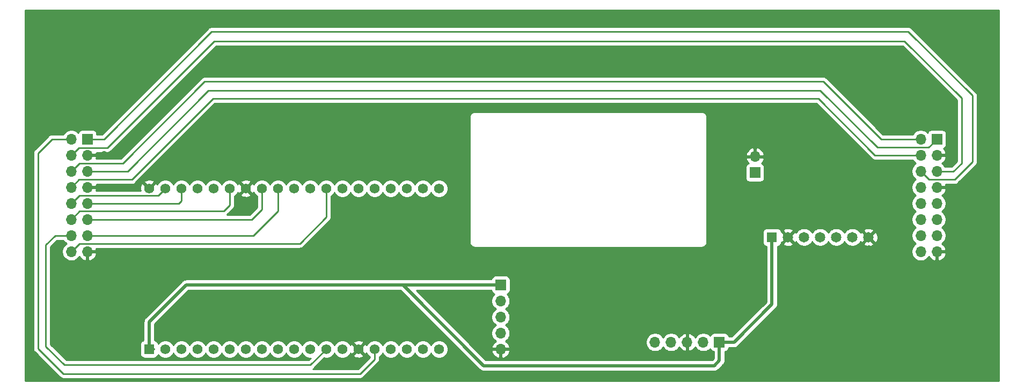
<source format=gbr>
G04 #@! TF.GenerationSoftware,KiCad,Pcbnew,5.1.9*
G04 #@! TF.CreationDate,2020-12-27T16:17:09+01:00*
G04 #@! TF.ProjectId,esp32_air_monitor,65737033-325f-4616-9972-5f6d6f6e6974,0.1*
G04 #@! TF.SameCoordinates,Original*
G04 #@! TF.FileFunction,Copper,L2,Bot*
G04 #@! TF.FilePolarity,Positive*
%FSLAX46Y46*%
G04 Gerber Fmt 4.6, Leading zero omitted, Abs format (unit mm)*
G04 Created by KiCad (PCBNEW 5.1.9) date 2020-12-27 16:17:09*
%MOMM*%
%LPD*%
G01*
G04 APERTURE LIST*
G04 #@! TA.AperFunction,ComponentPad*
%ADD10R,1.560000X1.560000*%
G04 #@! TD*
G04 #@! TA.AperFunction,ComponentPad*
%ADD11C,1.560000*%
G04 #@! TD*
G04 #@! TA.AperFunction,ComponentPad*
%ADD12R,1.650000X1.650000*%
G04 #@! TD*
G04 #@! TA.AperFunction,ComponentPad*
%ADD13C,1.650000*%
G04 #@! TD*
G04 #@! TA.AperFunction,ComponentPad*
%ADD14O,1.700000X1.700000*%
G04 #@! TD*
G04 #@! TA.AperFunction,ComponentPad*
%ADD15R,1.700000X1.700000*%
G04 #@! TD*
G04 #@! TA.AperFunction,ViaPad*
%ADD16C,1.200000*%
G04 #@! TD*
G04 #@! TA.AperFunction,Conductor*
%ADD17C,0.250000*%
G04 #@! TD*
G04 #@! TA.AperFunction,Conductor*
%ADD18C,0.500000*%
G04 #@! TD*
G04 #@! TA.AperFunction,Conductor*
%ADD19C,0.254000*%
G04 #@! TD*
G04 #@! TA.AperFunction,Conductor*
%ADD20C,0.100000*%
G04 #@! TD*
G04 APERTURE END LIST*
D10*
X88340000Y-126600000D03*
D11*
X90880000Y-126600000D03*
X134060000Y-126600000D03*
X93420000Y-126600000D03*
X95960000Y-126600000D03*
X98500000Y-126600000D03*
X101040000Y-126600000D03*
X103580000Y-126600000D03*
X106120000Y-126600000D03*
X108660000Y-126600000D03*
X111200000Y-126600000D03*
X113740000Y-126600000D03*
X116280000Y-126600000D03*
X118820000Y-126600000D03*
X121360000Y-126600000D03*
X123900000Y-126600000D03*
X126440000Y-126600000D03*
X128980000Y-126600000D03*
X131520000Y-126600000D03*
X88340000Y-101200000D03*
X90880000Y-101200000D03*
X93420000Y-101200000D03*
X95960000Y-101200000D03*
X98500000Y-101200000D03*
X101040000Y-101200000D03*
X103580000Y-101200000D03*
X106120000Y-101200000D03*
X108660000Y-101200000D03*
X111200000Y-101200000D03*
X113740000Y-101200000D03*
X116280000Y-101200000D03*
X118820000Y-101200000D03*
X121360000Y-101200000D03*
X123900000Y-101200000D03*
X126440000Y-101200000D03*
X128980000Y-101200000D03*
X131520000Y-101200000D03*
X134060000Y-101200000D03*
D12*
X186600000Y-108900000D03*
D13*
X189140000Y-108900000D03*
X191680000Y-108900000D03*
X194220000Y-108900000D03*
X196760000Y-108900000D03*
X199300000Y-108900000D03*
X201840000Y-108900000D03*
D14*
X76060000Y-111180000D03*
X78600000Y-111180000D03*
X76060000Y-108640000D03*
X78600000Y-108640000D03*
X76060000Y-106100000D03*
X78600000Y-106100000D03*
X76060000Y-103560000D03*
X78600000Y-103560000D03*
X76060000Y-101020000D03*
X78600000Y-101020000D03*
X76060000Y-98480000D03*
X78600000Y-98480000D03*
X76060000Y-95940000D03*
X78600000Y-95940000D03*
X76060000Y-93400000D03*
D15*
X78600000Y-93400000D03*
D14*
X210060000Y-111180000D03*
X212600000Y-111180000D03*
X210060000Y-108640000D03*
X212600000Y-108640000D03*
X210060000Y-106100000D03*
X212600000Y-106100000D03*
X210060000Y-103560000D03*
X212600000Y-103560000D03*
X210060000Y-101020000D03*
X212600000Y-101020000D03*
X210060000Y-98480000D03*
X212600000Y-98480000D03*
X210060000Y-95940000D03*
X212600000Y-95940000D03*
X210060000Y-93400000D03*
D15*
X212600000Y-93400000D03*
D14*
X168140000Y-125500000D03*
X170680000Y-125500000D03*
X173220000Y-125500000D03*
X175760000Y-125500000D03*
D15*
X178300000Y-125500000D03*
D14*
X143800000Y-126600000D03*
X143800000Y-124060000D03*
X143800000Y-121520000D03*
X143800000Y-118980000D03*
D15*
X143800000Y-116440000D03*
D14*
X183900000Y-96160000D03*
D15*
X183900000Y-98700000D03*
D16*
X215000000Y-101000000D03*
X201900000Y-110800000D03*
X212700000Y-114000000D03*
X215400000Y-111200000D03*
X213100000Y-90700000D03*
X215300000Y-93400000D03*
X78600000Y-114100000D03*
X81200000Y-95900000D03*
X81500000Y-101100000D03*
X88300000Y-98900000D03*
X121300000Y-124200000D03*
X121400000Y-128900000D03*
X103600000Y-103500000D03*
X103600000Y-98800000D03*
X187200000Y-96200000D03*
X183800000Y-92300000D03*
X189200000Y-111400000D03*
X189100000Y-106600000D03*
X201800000Y-106600000D03*
X173200000Y-122800000D03*
X103500000Y-90100000D03*
X114500000Y-89900000D03*
X114400000Y-98800000D03*
X75200000Y-87200000D03*
X79500000Y-87200000D03*
X79700000Y-79800000D03*
X74900000Y-79900000D03*
X220200000Y-100800000D03*
X209000000Y-119000000D03*
X203200000Y-119000000D03*
X187700000Y-122600000D03*
X182000000Y-115100000D03*
X75800000Y-114200000D03*
X75900000Y-118200000D03*
X78600000Y-118200000D03*
X126400000Y-98800000D03*
X146900000Y-126700000D03*
X140700000Y-126700000D03*
X118800000Y-98800000D03*
D17*
X202840000Y-95940000D02*
X210060000Y-95940000D01*
X193900000Y-87000000D02*
X202840000Y-95940000D01*
X98400000Y-87000000D02*
X193900000Y-87000000D01*
X85600000Y-99800000D02*
X98400000Y-87000000D01*
X77280000Y-99800000D02*
X85600000Y-99800000D01*
X76060000Y-101020000D02*
X77280000Y-99800000D01*
X76060000Y-98480000D02*
X77340000Y-97200000D01*
X77340000Y-97200000D02*
X84200000Y-97200000D01*
X84200000Y-97200000D02*
X97100000Y-84300000D01*
X97100000Y-84300000D02*
X194700000Y-84300000D01*
X203800000Y-93400000D02*
X210060000Y-93400000D01*
X194700000Y-84300000D02*
X203800000Y-93400000D01*
X78600000Y-98480000D02*
X84920000Y-98480000D01*
X84920000Y-98480000D02*
X97700000Y-85700000D01*
X97700000Y-85700000D02*
X194200000Y-85700000D01*
X194200000Y-85700000D02*
X203200000Y-94700000D01*
X211300000Y-94700000D02*
X212600000Y-93400000D01*
X203200000Y-94700000D02*
X211300000Y-94700000D01*
X212600000Y-98480000D02*
X215220000Y-98480000D01*
X216500000Y-97200000D02*
X216500000Y-86900000D01*
X215220000Y-98480000D02*
X216500000Y-97200000D01*
X216500000Y-86900000D02*
X207500000Y-77900000D01*
X207500000Y-77900000D02*
X98600000Y-77900000D01*
X77235001Y-94764999D02*
X76060000Y-95940000D01*
X81735001Y-94764999D02*
X77235001Y-94764999D01*
X98600000Y-77900000D02*
X81735001Y-94764999D01*
X78600000Y-93400000D02*
X81200000Y-93400000D01*
X81200000Y-93400000D02*
X98200000Y-76400000D01*
X98200000Y-76400000D02*
X208100000Y-76400000D01*
X208100000Y-76400000D02*
X218200000Y-86500000D01*
X218200000Y-97000000D02*
X215400000Y-99800000D01*
X218200000Y-86500000D02*
X218200000Y-97000000D01*
X211380000Y-99800000D02*
X210060000Y-98480000D01*
X215400000Y-99800000D02*
X211380000Y-99800000D01*
X116280000Y-101200000D02*
X116280000Y-105720000D01*
X116280000Y-105720000D02*
X112100000Y-109900000D01*
X77340000Y-109900000D02*
X76060000Y-111180000D01*
X112100000Y-109900000D02*
X77340000Y-109900000D01*
X72000000Y-110100000D02*
X73500000Y-108640000D01*
X73500000Y-108640000D02*
X76060000Y-108640000D01*
X72000000Y-126200000D02*
X72000000Y-110100000D01*
X75000000Y-129100000D02*
X72000000Y-126200000D01*
X113780000Y-129100000D02*
X75000000Y-129100000D01*
X116280000Y-126600000D02*
X113780000Y-129100000D01*
X108660000Y-101200000D02*
X108660000Y-104740000D01*
X104760000Y-108640000D02*
X78600000Y-108640000D01*
X108660000Y-104740000D02*
X104760000Y-108640000D01*
X101040000Y-101200000D02*
X101040000Y-101240000D01*
X77360000Y-104800000D02*
X76060000Y-106100000D01*
X100100000Y-104800000D02*
X77360000Y-104800000D01*
X101040000Y-103860000D02*
X100100000Y-104800000D01*
X101040000Y-101200000D02*
X101040000Y-103860000D01*
X106120000Y-101200000D02*
X106120000Y-104480000D01*
X104500000Y-106100000D02*
X78600000Y-106100000D01*
X106120000Y-104480000D02*
X104500000Y-106100000D01*
X77314999Y-102305001D02*
X76060000Y-103560000D01*
X89774999Y-102305001D02*
X77314999Y-102305001D01*
X90880000Y-101200000D02*
X89774999Y-102305001D01*
X93420000Y-101200000D02*
X93420000Y-103180000D01*
X93040000Y-103560000D02*
X78600000Y-103560000D01*
X93420000Y-103180000D02*
X93040000Y-103560000D01*
X123900000Y-126600000D02*
X123900000Y-128200000D01*
X123900000Y-128200000D02*
X121600000Y-130500000D01*
X121600000Y-130500000D02*
X74800000Y-130500000D01*
X74800000Y-130500000D02*
X70800000Y-126500000D01*
X70800000Y-126500000D02*
X70800000Y-95600000D01*
X73000000Y-93400000D02*
X76060000Y-93400000D01*
X70800000Y-95600000D02*
X73000000Y-93400000D01*
D18*
X88340000Y-126600000D02*
X89059598Y-126600000D01*
X178300000Y-125500000D02*
X180600000Y-125500000D01*
X186600000Y-119500000D02*
X186600000Y-108900000D01*
X180600000Y-125500000D02*
X186600000Y-119500000D01*
X178300000Y-128400000D02*
X178300000Y-125500000D01*
X141100000Y-129200000D02*
X177500000Y-129200000D01*
X177500000Y-129200000D02*
X178300000Y-128400000D01*
X88340000Y-126600000D02*
X88340000Y-122260000D01*
X88340000Y-122260000D02*
X94160000Y-116440000D01*
X128460000Y-116440000D02*
X128460000Y-116560000D01*
X94160000Y-116440000D02*
X128460000Y-116440000D01*
X128460000Y-116560000D02*
X141100000Y-129200000D01*
X128460000Y-116440000D02*
X143800000Y-116440000D01*
D19*
X222415001Y-131615000D02*
X68785000Y-131615000D01*
X68785000Y-95600000D01*
X70036324Y-95600000D01*
X70040001Y-95637333D01*
X70040000Y-126462678D01*
X70036324Y-126500000D01*
X70040000Y-126537322D01*
X70040000Y-126537332D01*
X70050997Y-126648985D01*
X70094454Y-126792246D01*
X70165026Y-126924276D01*
X70191792Y-126956890D01*
X70259999Y-127040001D01*
X70289003Y-127063804D01*
X74236201Y-131011003D01*
X74259999Y-131040001D01*
X74375724Y-131134974D01*
X74507753Y-131205546D01*
X74651014Y-131249003D01*
X74762667Y-131260000D01*
X74762676Y-131260000D01*
X74799999Y-131263676D01*
X74837322Y-131260000D01*
X121562678Y-131260000D01*
X121600000Y-131263676D01*
X121637322Y-131260000D01*
X121637333Y-131260000D01*
X121748986Y-131249003D01*
X121892247Y-131205546D01*
X122024276Y-131134974D01*
X122140001Y-131040001D01*
X122163804Y-131010997D01*
X124411003Y-128763799D01*
X124440001Y-128740001D01*
X124534974Y-128624276D01*
X124605546Y-128492247D01*
X124649003Y-128348986D01*
X124660000Y-128237333D01*
X124660000Y-128237324D01*
X124663676Y-128200001D01*
X124660000Y-128162678D01*
X124660000Y-127793991D01*
X124802010Y-127699103D01*
X124999103Y-127502010D01*
X125153957Y-127270254D01*
X125170000Y-127231523D01*
X125186043Y-127270254D01*
X125340897Y-127502010D01*
X125537990Y-127699103D01*
X125769746Y-127853957D01*
X126027260Y-127960623D01*
X126300635Y-128015000D01*
X126579365Y-128015000D01*
X126852740Y-127960623D01*
X127110254Y-127853957D01*
X127342010Y-127699103D01*
X127539103Y-127502010D01*
X127693957Y-127270254D01*
X127710000Y-127231523D01*
X127726043Y-127270254D01*
X127880897Y-127502010D01*
X128077990Y-127699103D01*
X128309746Y-127853957D01*
X128567260Y-127960623D01*
X128840635Y-128015000D01*
X129119365Y-128015000D01*
X129392740Y-127960623D01*
X129650254Y-127853957D01*
X129882010Y-127699103D01*
X130079103Y-127502010D01*
X130233957Y-127270254D01*
X130250000Y-127231523D01*
X130266043Y-127270254D01*
X130420897Y-127502010D01*
X130617990Y-127699103D01*
X130849746Y-127853957D01*
X131107260Y-127960623D01*
X131380635Y-128015000D01*
X131659365Y-128015000D01*
X131932740Y-127960623D01*
X132190254Y-127853957D01*
X132422010Y-127699103D01*
X132619103Y-127502010D01*
X132773957Y-127270254D01*
X132790000Y-127231523D01*
X132806043Y-127270254D01*
X132960897Y-127502010D01*
X133157990Y-127699103D01*
X133389746Y-127853957D01*
X133647260Y-127960623D01*
X133920635Y-128015000D01*
X134199365Y-128015000D01*
X134472740Y-127960623D01*
X134730254Y-127853957D01*
X134962010Y-127699103D01*
X135159103Y-127502010D01*
X135313957Y-127270254D01*
X135420623Y-127012740D01*
X135475000Y-126739365D01*
X135475000Y-126460635D01*
X135420623Y-126187260D01*
X135313957Y-125929746D01*
X135159103Y-125697990D01*
X134962010Y-125500897D01*
X134730254Y-125346043D01*
X134472740Y-125239377D01*
X134199365Y-125185000D01*
X133920635Y-125185000D01*
X133647260Y-125239377D01*
X133389746Y-125346043D01*
X133157990Y-125500897D01*
X132960897Y-125697990D01*
X132806043Y-125929746D01*
X132790000Y-125968477D01*
X132773957Y-125929746D01*
X132619103Y-125697990D01*
X132422010Y-125500897D01*
X132190254Y-125346043D01*
X131932740Y-125239377D01*
X131659365Y-125185000D01*
X131380635Y-125185000D01*
X131107260Y-125239377D01*
X130849746Y-125346043D01*
X130617990Y-125500897D01*
X130420897Y-125697990D01*
X130266043Y-125929746D01*
X130250000Y-125968477D01*
X130233957Y-125929746D01*
X130079103Y-125697990D01*
X129882010Y-125500897D01*
X129650254Y-125346043D01*
X129392740Y-125239377D01*
X129119365Y-125185000D01*
X128840635Y-125185000D01*
X128567260Y-125239377D01*
X128309746Y-125346043D01*
X128077990Y-125500897D01*
X127880897Y-125697990D01*
X127726043Y-125929746D01*
X127710000Y-125968477D01*
X127693957Y-125929746D01*
X127539103Y-125697990D01*
X127342010Y-125500897D01*
X127110254Y-125346043D01*
X126852740Y-125239377D01*
X126579365Y-125185000D01*
X126300635Y-125185000D01*
X126027260Y-125239377D01*
X125769746Y-125346043D01*
X125537990Y-125500897D01*
X125340897Y-125697990D01*
X125186043Y-125929746D01*
X125170000Y-125968477D01*
X125153957Y-125929746D01*
X124999103Y-125697990D01*
X124802010Y-125500897D01*
X124570254Y-125346043D01*
X124312740Y-125239377D01*
X124039365Y-125185000D01*
X123760635Y-125185000D01*
X123487260Y-125239377D01*
X123229746Y-125346043D01*
X122997990Y-125500897D01*
X122800897Y-125697990D01*
X122646043Y-125929746D01*
X122631223Y-125965525D01*
X122580349Y-125870345D01*
X122338421Y-125801184D01*
X121539605Y-126600000D01*
X122338421Y-127398816D01*
X122580349Y-127329655D01*
X122628425Y-127227721D01*
X122646043Y-127270254D01*
X122800897Y-127502010D01*
X122997990Y-127699103D01*
X123140001Y-127793991D01*
X123140001Y-127885197D01*
X121285199Y-129740000D01*
X114194873Y-129740000D01*
X114204276Y-129734974D01*
X114320001Y-129640001D01*
X114343804Y-129610997D01*
X115973122Y-127981680D01*
X116140635Y-128015000D01*
X116419365Y-128015000D01*
X116692740Y-127960623D01*
X116950254Y-127853957D01*
X117182010Y-127699103D01*
X117379103Y-127502010D01*
X117533957Y-127270254D01*
X117550000Y-127231523D01*
X117566043Y-127270254D01*
X117720897Y-127502010D01*
X117917990Y-127699103D01*
X118149746Y-127853957D01*
X118407260Y-127960623D01*
X118680635Y-128015000D01*
X118959365Y-128015000D01*
X119232740Y-127960623D01*
X119490254Y-127853957D01*
X119722010Y-127699103D01*
X119842692Y-127578421D01*
X120561184Y-127578421D01*
X120630345Y-127820349D01*
X120882443Y-127939248D01*
X121152894Y-128006681D01*
X121431303Y-128020057D01*
X121706972Y-127978860D01*
X121969308Y-127884675D01*
X122089655Y-127820349D01*
X122158816Y-127578421D01*
X121360000Y-126779605D01*
X120561184Y-127578421D01*
X119842692Y-127578421D01*
X119919103Y-127502010D01*
X120073957Y-127270254D01*
X120088777Y-127234475D01*
X120139651Y-127329655D01*
X120381579Y-127398816D01*
X121180395Y-126600000D01*
X120381579Y-125801184D01*
X120139651Y-125870345D01*
X120091575Y-125972279D01*
X120073957Y-125929746D01*
X119919103Y-125697990D01*
X119842692Y-125621579D01*
X120561184Y-125621579D01*
X121360000Y-126420395D01*
X122158816Y-125621579D01*
X122089655Y-125379651D01*
X121837557Y-125260752D01*
X121567106Y-125193319D01*
X121288697Y-125179943D01*
X121013028Y-125221140D01*
X120750692Y-125315325D01*
X120630345Y-125379651D01*
X120561184Y-125621579D01*
X119842692Y-125621579D01*
X119722010Y-125500897D01*
X119490254Y-125346043D01*
X119232740Y-125239377D01*
X118959365Y-125185000D01*
X118680635Y-125185000D01*
X118407260Y-125239377D01*
X118149746Y-125346043D01*
X117917990Y-125500897D01*
X117720897Y-125697990D01*
X117566043Y-125929746D01*
X117550000Y-125968477D01*
X117533957Y-125929746D01*
X117379103Y-125697990D01*
X117182010Y-125500897D01*
X116950254Y-125346043D01*
X116692740Y-125239377D01*
X116419365Y-125185000D01*
X116140635Y-125185000D01*
X115867260Y-125239377D01*
X115609746Y-125346043D01*
X115377990Y-125500897D01*
X115180897Y-125697990D01*
X115026043Y-125929746D01*
X115010000Y-125968477D01*
X114993957Y-125929746D01*
X114839103Y-125697990D01*
X114642010Y-125500897D01*
X114410254Y-125346043D01*
X114152740Y-125239377D01*
X113879365Y-125185000D01*
X113600635Y-125185000D01*
X113327260Y-125239377D01*
X113069746Y-125346043D01*
X112837990Y-125500897D01*
X112640897Y-125697990D01*
X112486043Y-125929746D01*
X112470000Y-125968477D01*
X112453957Y-125929746D01*
X112299103Y-125697990D01*
X112102010Y-125500897D01*
X111870254Y-125346043D01*
X111612740Y-125239377D01*
X111339365Y-125185000D01*
X111060635Y-125185000D01*
X110787260Y-125239377D01*
X110529746Y-125346043D01*
X110297990Y-125500897D01*
X110100897Y-125697990D01*
X109946043Y-125929746D01*
X109930000Y-125968477D01*
X109913957Y-125929746D01*
X109759103Y-125697990D01*
X109562010Y-125500897D01*
X109330254Y-125346043D01*
X109072740Y-125239377D01*
X108799365Y-125185000D01*
X108520635Y-125185000D01*
X108247260Y-125239377D01*
X107989746Y-125346043D01*
X107757990Y-125500897D01*
X107560897Y-125697990D01*
X107406043Y-125929746D01*
X107390000Y-125968477D01*
X107373957Y-125929746D01*
X107219103Y-125697990D01*
X107022010Y-125500897D01*
X106790254Y-125346043D01*
X106532740Y-125239377D01*
X106259365Y-125185000D01*
X105980635Y-125185000D01*
X105707260Y-125239377D01*
X105449746Y-125346043D01*
X105217990Y-125500897D01*
X105020897Y-125697990D01*
X104866043Y-125929746D01*
X104850000Y-125968477D01*
X104833957Y-125929746D01*
X104679103Y-125697990D01*
X104482010Y-125500897D01*
X104250254Y-125346043D01*
X103992740Y-125239377D01*
X103719365Y-125185000D01*
X103440635Y-125185000D01*
X103167260Y-125239377D01*
X102909746Y-125346043D01*
X102677990Y-125500897D01*
X102480897Y-125697990D01*
X102326043Y-125929746D01*
X102310000Y-125968477D01*
X102293957Y-125929746D01*
X102139103Y-125697990D01*
X101942010Y-125500897D01*
X101710254Y-125346043D01*
X101452740Y-125239377D01*
X101179365Y-125185000D01*
X100900635Y-125185000D01*
X100627260Y-125239377D01*
X100369746Y-125346043D01*
X100137990Y-125500897D01*
X99940897Y-125697990D01*
X99786043Y-125929746D01*
X99770000Y-125968477D01*
X99753957Y-125929746D01*
X99599103Y-125697990D01*
X99402010Y-125500897D01*
X99170254Y-125346043D01*
X98912740Y-125239377D01*
X98639365Y-125185000D01*
X98360635Y-125185000D01*
X98087260Y-125239377D01*
X97829746Y-125346043D01*
X97597990Y-125500897D01*
X97400897Y-125697990D01*
X97246043Y-125929746D01*
X97230000Y-125968477D01*
X97213957Y-125929746D01*
X97059103Y-125697990D01*
X96862010Y-125500897D01*
X96630254Y-125346043D01*
X96372740Y-125239377D01*
X96099365Y-125185000D01*
X95820635Y-125185000D01*
X95547260Y-125239377D01*
X95289746Y-125346043D01*
X95057990Y-125500897D01*
X94860897Y-125697990D01*
X94706043Y-125929746D01*
X94690000Y-125968477D01*
X94673957Y-125929746D01*
X94519103Y-125697990D01*
X94322010Y-125500897D01*
X94090254Y-125346043D01*
X93832740Y-125239377D01*
X93559365Y-125185000D01*
X93280635Y-125185000D01*
X93007260Y-125239377D01*
X92749746Y-125346043D01*
X92517990Y-125500897D01*
X92320897Y-125697990D01*
X92166043Y-125929746D01*
X92150000Y-125968477D01*
X92133957Y-125929746D01*
X91979103Y-125697990D01*
X91782010Y-125500897D01*
X91550254Y-125346043D01*
X91292740Y-125239377D01*
X91019365Y-125185000D01*
X90740635Y-125185000D01*
X90467260Y-125239377D01*
X90209746Y-125346043D01*
X89977990Y-125500897D01*
X89780897Y-125697990D01*
X89750531Y-125743436D01*
X89745812Y-125695518D01*
X89709502Y-125575820D01*
X89650537Y-125465506D01*
X89571185Y-125368815D01*
X89474494Y-125289463D01*
X89364180Y-125230498D01*
X89244482Y-125194188D01*
X89225000Y-125192269D01*
X89225000Y-122626578D01*
X94526579Y-117325000D01*
X127973422Y-117325000D01*
X140443470Y-129795049D01*
X140471183Y-129828817D01*
X140504951Y-129856530D01*
X140504953Y-129856532D01*
X140509179Y-129860000D01*
X140605941Y-129939411D01*
X140759687Y-130021589D01*
X140926510Y-130072195D01*
X141056523Y-130085000D01*
X141056533Y-130085000D01*
X141099999Y-130089281D01*
X141143465Y-130085000D01*
X177456531Y-130085000D01*
X177500000Y-130089281D01*
X177543469Y-130085000D01*
X177543477Y-130085000D01*
X177673490Y-130072195D01*
X177840313Y-130021589D01*
X177994059Y-129939411D01*
X178128817Y-129828817D01*
X178156534Y-129795044D01*
X178895050Y-129056529D01*
X178928817Y-129028817D01*
X178982277Y-128963677D01*
X179039411Y-128894059D01*
X179057783Y-128859687D01*
X179121589Y-128740313D01*
X179172195Y-128573490D01*
X179185000Y-128443477D01*
X179185000Y-128443469D01*
X179189281Y-128400000D01*
X179185000Y-128356531D01*
X179185000Y-126984625D01*
X179274482Y-126975812D01*
X179394180Y-126939502D01*
X179504494Y-126880537D01*
X179601185Y-126801185D01*
X179680537Y-126704494D01*
X179739502Y-126594180D01*
X179775812Y-126474482D01*
X179784625Y-126385000D01*
X180556531Y-126385000D01*
X180600000Y-126389281D01*
X180643469Y-126385000D01*
X180643477Y-126385000D01*
X180773490Y-126372195D01*
X180940313Y-126321589D01*
X181094059Y-126239411D01*
X181228817Y-126128817D01*
X181256534Y-126095044D01*
X187195051Y-120156528D01*
X187228817Y-120128817D01*
X187258977Y-120092068D01*
X187339410Y-119994060D01*
X187339411Y-119994059D01*
X187421589Y-119840313D01*
X187472195Y-119673490D01*
X187485000Y-119543477D01*
X187485000Y-119543467D01*
X187489281Y-119500001D01*
X187485000Y-119456535D01*
X187485000Y-110357163D01*
X187549482Y-110350812D01*
X187669180Y-110314502D01*
X187779494Y-110255537D01*
X187876185Y-110176185D01*
X187955537Y-110079494D01*
X188014502Y-109969180D01*
X188032286Y-109910551D01*
X188309054Y-109910551D01*
X188383663Y-110157073D01*
X188643439Y-110280473D01*
X188922297Y-110350823D01*
X189209521Y-110365417D01*
X189494074Y-110323697D01*
X189765020Y-110227265D01*
X189896337Y-110157073D01*
X189970946Y-109910551D01*
X189140000Y-109079605D01*
X188309054Y-109910551D01*
X188032286Y-109910551D01*
X188050812Y-109849482D01*
X188063072Y-109725000D01*
X188063072Y-109710857D01*
X188129449Y-109730946D01*
X188960395Y-108900000D01*
X189319605Y-108900000D01*
X190150551Y-109730946D01*
X190397073Y-109656337D01*
X190410523Y-109628023D01*
X190545944Y-109830696D01*
X190749304Y-110034056D01*
X190988431Y-110193835D01*
X191254134Y-110303893D01*
X191536203Y-110360000D01*
X191823797Y-110360000D01*
X192105866Y-110303893D01*
X192371569Y-110193835D01*
X192610696Y-110034056D01*
X192814056Y-109830696D01*
X192950000Y-109627241D01*
X193085944Y-109830696D01*
X193289304Y-110034056D01*
X193528431Y-110193835D01*
X193794134Y-110303893D01*
X194076203Y-110360000D01*
X194363797Y-110360000D01*
X194645866Y-110303893D01*
X194911569Y-110193835D01*
X195150696Y-110034056D01*
X195354056Y-109830696D01*
X195490000Y-109627241D01*
X195625944Y-109830696D01*
X195829304Y-110034056D01*
X196068431Y-110193835D01*
X196334134Y-110303893D01*
X196616203Y-110360000D01*
X196903797Y-110360000D01*
X197185866Y-110303893D01*
X197451569Y-110193835D01*
X197690696Y-110034056D01*
X197894056Y-109830696D01*
X198030000Y-109627241D01*
X198165944Y-109830696D01*
X198369304Y-110034056D01*
X198608431Y-110193835D01*
X198874134Y-110303893D01*
X199156203Y-110360000D01*
X199443797Y-110360000D01*
X199725866Y-110303893D01*
X199991569Y-110193835D01*
X200230696Y-110034056D01*
X200354201Y-109910551D01*
X201009054Y-109910551D01*
X201083663Y-110157073D01*
X201343439Y-110280473D01*
X201622297Y-110350823D01*
X201909521Y-110365417D01*
X202194074Y-110323697D01*
X202465020Y-110227265D01*
X202596337Y-110157073D01*
X202670946Y-109910551D01*
X201840000Y-109079605D01*
X201009054Y-109910551D01*
X200354201Y-109910551D01*
X200434056Y-109830696D01*
X200568541Y-109629424D01*
X200582927Y-109656337D01*
X200829449Y-109730946D01*
X201660395Y-108900000D01*
X202019605Y-108900000D01*
X202850551Y-109730946D01*
X203097073Y-109656337D01*
X203220473Y-109396561D01*
X203290823Y-109117703D01*
X203305417Y-108830479D01*
X203263697Y-108545926D01*
X203167265Y-108274980D01*
X203097073Y-108143663D01*
X202850551Y-108069054D01*
X202019605Y-108900000D01*
X201660395Y-108900000D01*
X200829449Y-108069054D01*
X200582927Y-108143663D01*
X200569477Y-108171977D01*
X200434056Y-107969304D01*
X200354201Y-107889449D01*
X201009054Y-107889449D01*
X201840000Y-108720395D01*
X202670946Y-107889449D01*
X202596337Y-107642927D01*
X202336561Y-107519527D01*
X202057703Y-107449177D01*
X201770479Y-107434583D01*
X201485926Y-107476303D01*
X201214980Y-107572735D01*
X201083663Y-107642927D01*
X201009054Y-107889449D01*
X200354201Y-107889449D01*
X200230696Y-107765944D01*
X199991569Y-107606165D01*
X199725866Y-107496107D01*
X199443797Y-107440000D01*
X199156203Y-107440000D01*
X198874134Y-107496107D01*
X198608431Y-107606165D01*
X198369304Y-107765944D01*
X198165944Y-107969304D01*
X198030000Y-108172759D01*
X197894056Y-107969304D01*
X197690696Y-107765944D01*
X197451569Y-107606165D01*
X197185866Y-107496107D01*
X196903797Y-107440000D01*
X196616203Y-107440000D01*
X196334134Y-107496107D01*
X196068431Y-107606165D01*
X195829304Y-107765944D01*
X195625944Y-107969304D01*
X195490000Y-108172759D01*
X195354056Y-107969304D01*
X195150696Y-107765944D01*
X194911569Y-107606165D01*
X194645866Y-107496107D01*
X194363797Y-107440000D01*
X194076203Y-107440000D01*
X193794134Y-107496107D01*
X193528431Y-107606165D01*
X193289304Y-107765944D01*
X193085944Y-107969304D01*
X192950000Y-108172759D01*
X192814056Y-107969304D01*
X192610696Y-107765944D01*
X192371569Y-107606165D01*
X192105866Y-107496107D01*
X191823797Y-107440000D01*
X191536203Y-107440000D01*
X191254134Y-107496107D01*
X190988431Y-107606165D01*
X190749304Y-107765944D01*
X190545944Y-107969304D01*
X190411459Y-108170576D01*
X190397073Y-108143663D01*
X190150551Y-108069054D01*
X189319605Y-108900000D01*
X188960395Y-108900000D01*
X188129449Y-108069054D01*
X188063072Y-108089143D01*
X188063072Y-108075000D01*
X188050812Y-107950518D01*
X188032287Y-107889449D01*
X188309054Y-107889449D01*
X189140000Y-108720395D01*
X189970946Y-107889449D01*
X189896337Y-107642927D01*
X189636561Y-107519527D01*
X189357703Y-107449177D01*
X189070479Y-107434583D01*
X188785926Y-107476303D01*
X188514980Y-107572735D01*
X188383663Y-107642927D01*
X188309054Y-107889449D01*
X188032287Y-107889449D01*
X188014502Y-107830820D01*
X187955537Y-107720506D01*
X187876185Y-107623815D01*
X187779494Y-107544463D01*
X187669180Y-107485498D01*
X187549482Y-107449188D01*
X187425000Y-107436928D01*
X185775000Y-107436928D01*
X185650518Y-107449188D01*
X185530820Y-107485498D01*
X185420506Y-107544463D01*
X185323815Y-107623815D01*
X185244463Y-107720506D01*
X185185498Y-107830820D01*
X185149188Y-107950518D01*
X185136928Y-108075000D01*
X185136928Y-109725000D01*
X185149188Y-109849482D01*
X185185498Y-109969180D01*
X185244463Y-110079494D01*
X185323815Y-110176185D01*
X185420506Y-110255537D01*
X185530820Y-110314502D01*
X185650518Y-110350812D01*
X185715001Y-110357163D01*
X185715000Y-119133421D01*
X180233422Y-124615000D01*
X179784625Y-124615000D01*
X179775812Y-124525518D01*
X179739502Y-124405820D01*
X179680537Y-124295506D01*
X179601185Y-124198815D01*
X179504494Y-124119463D01*
X179394180Y-124060498D01*
X179274482Y-124024188D01*
X179150000Y-124011928D01*
X177450000Y-124011928D01*
X177325518Y-124024188D01*
X177205820Y-124060498D01*
X177095506Y-124119463D01*
X176998815Y-124198815D01*
X176919463Y-124295506D01*
X176860498Y-124405820D01*
X176838487Y-124478380D01*
X176706632Y-124346525D01*
X176463411Y-124184010D01*
X176193158Y-124072068D01*
X175906260Y-124015000D01*
X175613740Y-124015000D01*
X175326842Y-124072068D01*
X175056589Y-124184010D01*
X174813368Y-124346525D01*
X174606525Y-124553368D01*
X174484805Y-124735534D01*
X174415178Y-124618645D01*
X174220269Y-124402412D01*
X173986920Y-124228359D01*
X173724099Y-124103175D01*
X173576890Y-124058524D01*
X173347000Y-124179845D01*
X173347000Y-125373000D01*
X173367000Y-125373000D01*
X173367000Y-125627000D01*
X173347000Y-125627000D01*
X173347000Y-126820155D01*
X173576890Y-126941476D01*
X173724099Y-126896825D01*
X173986920Y-126771641D01*
X174220269Y-126597588D01*
X174415178Y-126381355D01*
X174484805Y-126264466D01*
X174606525Y-126446632D01*
X174813368Y-126653475D01*
X175056589Y-126815990D01*
X175326842Y-126927932D01*
X175613740Y-126985000D01*
X175906260Y-126985000D01*
X176193158Y-126927932D01*
X176463411Y-126815990D01*
X176706632Y-126653475D01*
X176838487Y-126521620D01*
X176860498Y-126594180D01*
X176919463Y-126704494D01*
X176998815Y-126801185D01*
X177095506Y-126880537D01*
X177205820Y-126939502D01*
X177325518Y-126975812D01*
X177415000Y-126984625D01*
X177415000Y-128033421D01*
X177133422Y-128315000D01*
X141466579Y-128315000D01*
X140108469Y-126956890D01*
X142358524Y-126956890D01*
X142403175Y-127104099D01*
X142528359Y-127366920D01*
X142702412Y-127600269D01*
X142918645Y-127795178D01*
X143168748Y-127944157D01*
X143443109Y-128041481D01*
X143673000Y-127920814D01*
X143673000Y-126727000D01*
X143927000Y-126727000D01*
X143927000Y-127920814D01*
X144156891Y-128041481D01*
X144431252Y-127944157D01*
X144681355Y-127795178D01*
X144897588Y-127600269D01*
X145071641Y-127366920D01*
X145196825Y-127104099D01*
X145241476Y-126956890D01*
X145120155Y-126727000D01*
X143927000Y-126727000D01*
X143673000Y-126727000D01*
X142479845Y-126727000D01*
X142358524Y-126956890D01*
X140108469Y-126956890D01*
X130476578Y-117325000D01*
X142315375Y-117325000D01*
X142324188Y-117414482D01*
X142360498Y-117534180D01*
X142419463Y-117644494D01*
X142498815Y-117741185D01*
X142595506Y-117820537D01*
X142705820Y-117879502D01*
X142778380Y-117901513D01*
X142646525Y-118033368D01*
X142484010Y-118276589D01*
X142372068Y-118546842D01*
X142315000Y-118833740D01*
X142315000Y-119126260D01*
X142372068Y-119413158D01*
X142484010Y-119683411D01*
X142646525Y-119926632D01*
X142853368Y-120133475D01*
X143027760Y-120250000D01*
X142853368Y-120366525D01*
X142646525Y-120573368D01*
X142484010Y-120816589D01*
X142372068Y-121086842D01*
X142315000Y-121373740D01*
X142315000Y-121666260D01*
X142372068Y-121953158D01*
X142484010Y-122223411D01*
X142646525Y-122466632D01*
X142853368Y-122673475D01*
X143027760Y-122790000D01*
X142853368Y-122906525D01*
X142646525Y-123113368D01*
X142484010Y-123356589D01*
X142372068Y-123626842D01*
X142315000Y-123913740D01*
X142315000Y-124206260D01*
X142372068Y-124493158D01*
X142484010Y-124763411D01*
X142646525Y-125006632D01*
X142853368Y-125213475D01*
X143035534Y-125335195D01*
X142918645Y-125404822D01*
X142702412Y-125599731D01*
X142528359Y-125833080D01*
X142403175Y-126095901D01*
X142358524Y-126243110D01*
X142479845Y-126473000D01*
X143673000Y-126473000D01*
X143673000Y-126453000D01*
X143927000Y-126453000D01*
X143927000Y-126473000D01*
X145120155Y-126473000D01*
X145241476Y-126243110D01*
X145196825Y-126095901D01*
X145071641Y-125833080D01*
X144897588Y-125599731D01*
X144681355Y-125404822D01*
X144595600Y-125353740D01*
X166655000Y-125353740D01*
X166655000Y-125646260D01*
X166712068Y-125933158D01*
X166824010Y-126203411D01*
X166986525Y-126446632D01*
X167193368Y-126653475D01*
X167436589Y-126815990D01*
X167706842Y-126927932D01*
X167993740Y-126985000D01*
X168286260Y-126985000D01*
X168573158Y-126927932D01*
X168843411Y-126815990D01*
X169086632Y-126653475D01*
X169293475Y-126446632D01*
X169410000Y-126272240D01*
X169526525Y-126446632D01*
X169733368Y-126653475D01*
X169976589Y-126815990D01*
X170246842Y-126927932D01*
X170533740Y-126985000D01*
X170826260Y-126985000D01*
X171113158Y-126927932D01*
X171383411Y-126815990D01*
X171626632Y-126653475D01*
X171833475Y-126446632D01*
X171955195Y-126264466D01*
X172024822Y-126381355D01*
X172219731Y-126597588D01*
X172453080Y-126771641D01*
X172715901Y-126896825D01*
X172863110Y-126941476D01*
X173093000Y-126820155D01*
X173093000Y-125627000D01*
X173073000Y-125627000D01*
X173073000Y-125373000D01*
X173093000Y-125373000D01*
X173093000Y-124179845D01*
X172863110Y-124058524D01*
X172715901Y-124103175D01*
X172453080Y-124228359D01*
X172219731Y-124402412D01*
X172024822Y-124618645D01*
X171955195Y-124735534D01*
X171833475Y-124553368D01*
X171626632Y-124346525D01*
X171383411Y-124184010D01*
X171113158Y-124072068D01*
X170826260Y-124015000D01*
X170533740Y-124015000D01*
X170246842Y-124072068D01*
X169976589Y-124184010D01*
X169733368Y-124346525D01*
X169526525Y-124553368D01*
X169410000Y-124727760D01*
X169293475Y-124553368D01*
X169086632Y-124346525D01*
X168843411Y-124184010D01*
X168573158Y-124072068D01*
X168286260Y-124015000D01*
X167993740Y-124015000D01*
X167706842Y-124072068D01*
X167436589Y-124184010D01*
X167193368Y-124346525D01*
X166986525Y-124553368D01*
X166824010Y-124796589D01*
X166712068Y-125066842D01*
X166655000Y-125353740D01*
X144595600Y-125353740D01*
X144564466Y-125335195D01*
X144746632Y-125213475D01*
X144953475Y-125006632D01*
X145115990Y-124763411D01*
X145227932Y-124493158D01*
X145285000Y-124206260D01*
X145285000Y-123913740D01*
X145227932Y-123626842D01*
X145115990Y-123356589D01*
X144953475Y-123113368D01*
X144746632Y-122906525D01*
X144572240Y-122790000D01*
X144746632Y-122673475D01*
X144953475Y-122466632D01*
X145115990Y-122223411D01*
X145227932Y-121953158D01*
X145285000Y-121666260D01*
X145285000Y-121373740D01*
X145227932Y-121086842D01*
X145115990Y-120816589D01*
X144953475Y-120573368D01*
X144746632Y-120366525D01*
X144572240Y-120250000D01*
X144746632Y-120133475D01*
X144953475Y-119926632D01*
X145115990Y-119683411D01*
X145227932Y-119413158D01*
X145285000Y-119126260D01*
X145285000Y-118833740D01*
X145227932Y-118546842D01*
X145115990Y-118276589D01*
X144953475Y-118033368D01*
X144821620Y-117901513D01*
X144894180Y-117879502D01*
X145004494Y-117820537D01*
X145101185Y-117741185D01*
X145180537Y-117644494D01*
X145239502Y-117534180D01*
X145275812Y-117414482D01*
X145288072Y-117290000D01*
X145288072Y-115590000D01*
X145275812Y-115465518D01*
X145239502Y-115345820D01*
X145180537Y-115235506D01*
X145101185Y-115138815D01*
X145004494Y-115059463D01*
X144894180Y-115000498D01*
X144774482Y-114964188D01*
X144650000Y-114951928D01*
X142950000Y-114951928D01*
X142825518Y-114964188D01*
X142705820Y-115000498D01*
X142595506Y-115059463D01*
X142498815Y-115138815D01*
X142419463Y-115235506D01*
X142360498Y-115345820D01*
X142324188Y-115465518D01*
X142315375Y-115555000D01*
X128503476Y-115555000D01*
X128460000Y-115550718D01*
X128416523Y-115555000D01*
X94203469Y-115555000D01*
X94160000Y-115550719D01*
X94116531Y-115555000D01*
X94116523Y-115555000D01*
X94001306Y-115566348D01*
X93986509Y-115567805D01*
X93935903Y-115583157D01*
X93819687Y-115618411D01*
X93665941Y-115700589D01*
X93564953Y-115783468D01*
X93564951Y-115783470D01*
X93531183Y-115811183D01*
X93503470Y-115844951D01*
X87744952Y-121603470D01*
X87711184Y-121631183D01*
X87683471Y-121664951D01*
X87683468Y-121664954D01*
X87600590Y-121765941D01*
X87518412Y-121919687D01*
X87467805Y-122086510D01*
X87450719Y-122260000D01*
X87455001Y-122303479D01*
X87455000Y-125192269D01*
X87435518Y-125194188D01*
X87315820Y-125230498D01*
X87205506Y-125289463D01*
X87108815Y-125368815D01*
X87029463Y-125465506D01*
X86970498Y-125575820D01*
X86934188Y-125695518D01*
X86921928Y-125820000D01*
X86921928Y-127380000D01*
X86934188Y-127504482D01*
X86970498Y-127624180D01*
X87029463Y-127734494D01*
X87108815Y-127831185D01*
X87205506Y-127910537D01*
X87315820Y-127969502D01*
X87435518Y-128005812D01*
X87560000Y-128018072D01*
X89120000Y-128018072D01*
X89244482Y-128005812D01*
X89364180Y-127969502D01*
X89474494Y-127910537D01*
X89571185Y-127831185D01*
X89650537Y-127734494D01*
X89709502Y-127624180D01*
X89745812Y-127504482D01*
X89750531Y-127456564D01*
X89780897Y-127502010D01*
X89977990Y-127699103D01*
X90209746Y-127853957D01*
X90467260Y-127960623D01*
X90740635Y-128015000D01*
X91019365Y-128015000D01*
X91292740Y-127960623D01*
X91550254Y-127853957D01*
X91782010Y-127699103D01*
X91979103Y-127502010D01*
X92133957Y-127270254D01*
X92150000Y-127231523D01*
X92166043Y-127270254D01*
X92320897Y-127502010D01*
X92517990Y-127699103D01*
X92749746Y-127853957D01*
X93007260Y-127960623D01*
X93280635Y-128015000D01*
X93559365Y-128015000D01*
X93832740Y-127960623D01*
X94090254Y-127853957D01*
X94322010Y-127699103D01*
X94519103Y-127502010D01*
X94673957Y-127270254D01*
X94690000Y-127231523D01*
X94706043Y-127270254D01*
X94860897Y-127502010D01*
X95057990Y-127699103D01*
X95289746Y-127853957D01*
X95547260Y-127960623D01*
X95820635Y-128015000D01*
X96099365Y-128015000D01*
X96372740Y-127960623D01*
X96630254Y-127853957D01*
X96862010Y-127699103D01*
X97059103Y-127502010D01*
X97213957Y-127270254D01*
X97230000Y-127231523D01*
X97246043Y-127270254D01*
X97400897Y-127502010D01*
X97597990Y-127699103D01*
X97829746Y-127853957D01*
X98087260Y-127960623D01*
X98360635Y-128015000D01*
X98639365Y-128015000D01*
X98912740Y-127960623D01*
X99170254Y-127853957D01*
X99402010Y-127699103D01*
X99599103Y-127502010D01*
X99753957Y-127270254D01*
X99770000Y-127231523D01*
X99786043Y-127270254D01*
X99940897Y-127502010D01*
X100137990Y-127699103D01*
X100369746Y-127853957D01*
X100627260Y-127960623D01*
X100900635Y-128015000D01*
X101179365Y-128015000D01*
X101452740Y-127960623D01*
X101710254Y-127853957D01*
X101942010Y-127699103D01*
X102139103Y-127502010D01*
X102293957Y-127270254D01*
X102310000Y-127231523D01*
X102326043Y-127270254D01*
X102480897Y-127502010D01*
X102677990Y-127699103D01*
X102909746Y-127853957D01*
X103167260Y-127960623D01*
X103440635Y-128015000D01*
X103719365Y-128015000D01*
X103992740Y-127960623D01*
X104250254Y-127853957D01*
X104482010Y-127699103D01*
X104679103Y-127502010D01*
X104833957Y-127270254D01*
X104850000Y-127231523D01*
X104866043Y-127270254D01*
X105020897Y-127502010D01*
X105217990Y-127699103D01*
X105449746Y-127853957D01*
X105707260Y-127960623D01*
X105980635Y-128015000D01*
X106259365Y-128015000D01*
X106532740Y-127960623D01*
X106790254Y-127853957D01*
X107022010Y-127699103D01*
X107219103Y-127502010D01*
X107373957Y-127270254D01*
X107390000Y-127231523D01*
X107406043Y-127270254D01*
X107560897Y-127502010D01*
X107757990Y-127699103D01*
X107989746Y-127853957D01*
X108247260Y-127960623D01*
X108520635Y-128015000D01*
X108799365Y-128015000D01*
X109072740Y-127960623D01*
X109330254Y-127853957D01*
X109562010Y-127699103D01*
X109759103Y-127502010D01*
X109913957Y-127270254D01*
X109930000Y-127231523D01*
X109946043Y-127270254D01*
X110100897Y-127502010D01*
X110297990Y-127699103D01*
X110529746Y-127853957D01*
X110787260Y-127960623D01*
X111060635Y-128015000D01*
X111339365Y-128015000D01*
X111612740Y-127960623D01*
X111870254Y-127853957D01*
X112102010Y-127699103D01*
X112299103Y-127502010D01*
X112453957Y-127270254D01*
X112470000Y-127231523D01*
X112486043Y-127270254D01*
X112640897Y-127502010D01*
X112837990Y-127699103D01*
X113069746Y-127853957D01*
X113327260Y-127960623D01*
X113600635Y-128015000D01*
X113790199Y-128015000D01*
X113465199Y-128340000D01*
X75307284Y-128340000D01*
X72760000Y-125877627D01*
X72760000Y-110420834D01*
X73808803Y-109400000D01*
X74781822Y-109400000D01*
X74906525Y-109586632D01*
X75113368Y-109793475D01*
X75287760Y-109910000D01*
X75113368Y-110026525D01*
X74906525Y-110233368D01*
X74744010Y-110476589D01*
X74632068Y-110746842D01*
X74575000Y-111033740D01*
X74575000Y-111326260D01*
X74632068Y-111613158D01*
X74744010Y-111883411D01*
X74906525Y-112126632D01*
X75113368Y-112333475D01*
X75356589Y-112495990D01*
X75626842Y-112607932D01*
X75913740Y-112665000D01*
X76206260Y-112665000D01*
X76493158Y-112607932D01*
X76763411Y-112495990D01*
X77006632Y-112333475D01*
X77213475Y-112126632D01*
X77331100Y-111950594D01*
X77502412Y-112180269D01*
X77718645Y-112375178D01*
X77968748Y-112524157D01*
X78243109Y-112621481D01*
X78473000Y-112500814D01*
X78473000Y-111307000D01*
X78727000Y-111307000D01*
X78727000Y-112500814D01*
X78956891Y-112621481D01*
X79231252Y-112524157D01*
X79481355Y-112375178D01*
X79697588Y-112180269D01*
X79871641Y-111946920D01*
X79996825Y-111684099D01*
X80041476Y-111536890D01*
X79920155Y-111307000D01*
X78727000Y-111307000D01*
X78473000Y-111307000D01*
X78453000Y-111307000D01*
X78453000Y-111053000D01*
X78473000Y-111053000D01*
X78473000Y-111033000D01*
X78727000Y-111033000D01*
X78727000Y-111053000D01*
X79920155Y-111053000D01*
X80041476Y-110823110D01*
X79996825Y-110675901D01*
X79989251Y-110660000D01*
X112062678Y-110660000D01*
X112100000Y-110663676D01*
X112137322Y-110660000D01*
X112137333Y-110660000D01*
X112248986Y-110649003D01*
X112392247Y-110605546D01*
X112524276Y-110534974D01*
X112640001Y-110440001D01*
X112663804Y-110410997D01*
X116791003Y-106283799D01*
X116820001Y-106260001D01*
X116914974Y-106144276D01*
X116985546Y-106012247D01*
X117029003Y-105868986D01*
X117040000Y-105757333D01*
X117040000Y-105757325D01*
X117043676Y-105720000D01*
X117040000Y-105682675D01*
X117040000Y-102393991D01*
X117182010Y-102299103D01*
X117379103Y-102102010D01*
X117533957Y-101870254D01*
X117550000Y-101831523D01*
X117566043Y-101870254D01*
X117720897Y-102102010D01*
X117917990Y-102299103D01*
X118149746Y-102453957D01*
X118407260Y-102560623D01*
X118680635Y-102615000D01*
X118959365Y-102615000D01*
X119232740Y-102560623D01*
X119490254Y-102453957D01*
X119722010Y-102299103D01*
X119919103Y-102102010D01*
X120073957Y-101870254D01*
X120090000Y-101831523D01*
X120106043Y-101870254D01*
X120260897Y-102102010D01*
X120457990Y-102299103D01*
X120689746Y-102453957D01*
X120947260Y-102560623D01*
X121220635Y-102615000D01*
X121499365Y-102615000D01*
X121772740Y-102560623D01*
X122030254Y-102453957D01*
X122262010Y-102299103D01*
X122459103Y-102102010D01*
X122613957Y-101870254D01*
X122630000Y-101831523D01*
X122646043Y-101870254D01*
X122800897Y-102102010D01*
X122997990Y-102299103D01*
X123229746Y-102453957D01*
X123487260Y-102560623D01*
X123760635Y-102615000D01*
X124039365Y-102615000D01*
X124312740Y-102560623D01*
X124570254Y-102453957D01*
X124802010Y-102299103D01*
X124999103Y-102102010D01*
X125153957Y-101870254D01*
X125170000Y-101831523D01*
X125186043Y-101870254D01*
X125340897Y-102102010D01*
X125537990Y-102299103D01*
X125769746Y-102453957D01*
X126027260Y-102560623D01*
X126300635Y-102615000D01*
X126579365Y-102615000D01*
X126852740Y-102560623D01*
X127110254Y-102453957D01*
X127342010Y-102299103D01*
X127539103Y-102102010D01*
X127693957Y-101870254D01*
X127710000Y-101831523D01*
X127726043Y-101870254D01*
X127880897Y-102102010D01*
X128077990Y-102299103D01*
X128309746Y-102453957D01*
X128567260Y-102560623D01*
X128840635Y-102615000D01*
X129119365Y-102615000D01*
X129392740Y-102560623D01*
X129650254Y-102453957D01*
X129882010Y-102299103D01*
X130079103Y-102102010D01*
X130233957Y-101870254D01*
X130250000Y-101831523D01*
X130266043Y-101870254D01*
X130420897Y-102102010D01*
X130617990Y-102299103D01*
X130849746Y-102453957D01*
X131107260Y-102560623D01*
X131380635Y-102615000D01*
X131659365Y-102615000D01*
X131932740Y-102560623D01*
X132190254Y-102453957D01*
X132422010Y-102299103D01*
X132619103Y-102102010D01*
X132773957Y-101870254D01*
X132790000Y-101831523D01*
X132806043Y-101870254D01*
X132960897Y-102102010D01*
X133157990Y-102299103D01*
X133389746Y-102453957D01*
X133647260Y-102560623D01*
X133920635Y-102615000D01*
X134199365Y-102615000D01*
X134472740Y-102560623D01*
X134730254Y-102453957D01*
X134962010Y-102299103D01*
X135159103Y-102102010D01*
X135313957Y-101870254D01*
X135420623Y-101612740D01*
X135475000Y-101339365D01*
X135475000Y-101060635D01*
X135420623Y-100787260D01*
X135313957Y-100529746D01*
X135159103Y-100297990D01*
X134962010Y-100100897D01*
X134730254Y-99946043D01*
X134472740Y-99839377D01*
X134199365Y-99785000D01*
X133920635Y-99785000D01*
X133647260Y-99839377D01*
X133389746Y-99946043D01*
X133157990Y-100100897D01*
X132960897Y-100297990D01*
X132806043Y-100529746D01*
X132790000Y-100568477D01*
X132773957Y-100529746D01*
X132619103Y-100297990D01*
X132422010Y-100100897D01*
X132190254Y-99946043D01*
X131932740Y-99839377D01*
X131659365Y-99785000D01*
X131380635Y-99785000D01*
X131107260Y-99839377D01*
X130849746Y-99946043D01*
X130617990Y-100100897D01*
X130420897Y-100297990D01*
X130266043Y-100529746D01*
X130250000Y-100568477D01*
X130233957Y-100529746D01*
X130079103Y-100297990D01*
X129882010Y-100100897D01*
X129650254Y-99946043D01*
X129392740Y-99839377D01*
X129119365Y-99785000D01*
X128840635Y-99785000D01*
X128567260Y-99839377D01*
X128309746Y-99946043D01*
X128077990Y-100100897D01*
X127880897Y-100297990D01*
X127726043Y-100529746D01*
X127710000Y-100568477D01*
X127693957Y-100529746D01*
X127539103Y-100297990D01*
X127342010Y-100100897D01*
X127110254Y-99946043D01*
X126852740Y-99839377D01*
X126579365Y-99785000D01*
X126300635Y-99785000D01*
X126027260Y-99839377D01*
X125769746Y-99946043D01*
X125537990Y-100100897D01*
X125340897Y-100297990D01*
X125186043Y-100529746D01*
X125170000Y-100568477D01*
X125153957Y-100529746D01*
X124999103Y-100297990D01*
X124802010Y-100100897D01*
X124570254Y-99946043D01*
X124312740Y-99839377D01*
X124039365Y-99785000D01*
X123760635Y-99785000D01*
X123487260Y-99839377D01*
X123229746Y-99946043D01*
X122997990Y-100100897D01*
X122800897Y-100297990D01*
X122646043Y-100529746D01*
X122630000Y-100568477D01*
X122613957Y-100529746D01*
X122459103Y-100297990D01*
X122262010Y-100100897D01*
X122030254Y-99946043D01*
X121772740Y-99839377D01*
X121499365Y-99785000D01*
X121220635Y-99785000D01*
X120947260Y-99839377D01*
X120689746Y-99946043D01*
X120457990Y-100100897D01*
X120260897Y-100297990D01*
X120106043Y-100529746D01*
X120090000Y-100568477D01*
X120073957Y-100529746D01*
X119919103Y-100297990D01*
X119722010Y-100100897D01*
X119490254Y-99946043D01*
X119232740Y-99839377D01*
X118959365Y-99785000D01*
X118680635Y-99785000D01*
X118407260Y-99839377D01*
X118149746Y-99946043D01*
X117917990Y-100100897D01*
X117720897Y-100297990D01*
X117566043Y-100529746D01*
X117550000Y-100568477D01*
X117533957Y-100529746D01*
X117379103Y-100297990D01*
X117182010Y-100100897D01*
X116950254Y-99946043D01*
X116692740Y-99839377D01*
X116419365Y-99785000D01*
X116140635Y-99785000D01*
X115867260Y-99839377D01*
X115609746Y-99946043D01*
X115377990Y-100100897D01*
X115180897Y-100297990D01*
X115026043Y-100529746D01*
X115010000Y-100568477D01*
X114993957Y-100529746D01*
X114839103Y-100297990D01*
X114642010Y-100100897D01*
X114410254Y-99946043D01*
X114152740Y-99839377D01*
X113879365Y-99785000D01*
X113600635Y-99785000D01*
X113327260Y-99839377D01*
X113069746Y-99946043D01*
X112837990Y-100100897D01*
X112640897Y-100297990D01*
X112486043Y-100529746D01*
X112470000Y-100568477D01*
X112453957Y-100529746D01*
X112299103Y-100297990D01*
X112102010Y-100100897D01*
X111870254Y-99946043D01*
X111612740Y-99839377D01*
X111339365Y-99785000D01*
X111060635Y-99785000D01*
X110787260Y-99839377D01*
X110529746Y-99946043D01*
X110297990Y-100100897D01*
X110100897Y-100297990D01*
X109946043Y-100529746D01*
X109930000Y-100568477D01*
X109913957Y-100529746D01*
X109759103Y-100297990D01*
X109562010Y-100100897D01*
X109330254Y-99946043D01*
X109072740Y-99839377D01*
X108799365Y-99785000D01*
X108520635Y-99785000D01*
X108247260Y-99839377D01*
X107989746Y-99946043D01*
X107757990Y-100100897D01*
X107560897Y-100297990D01*
X107406043Y-100529746D01*
X107390000Y-100568477D01*
X107373957Y-100529746D01*
X107219103Y-100297990D01*
X107022010Y-100100897D01*
X106790254Y-99946043D01*
X106532740Y-99839377D01*
X106259365Y-99785000D01*
X105980635Y-99785000D01*
X105707260Y-99839377D01*
X105449746Y-99946043D01*
X105217990Y-100100897D01*
X105020897Y-100297990D01*
X104866043Y-100529746D01*
X104851223Y-100565525D01*
X104800349Y-100470345D01*
X104558421Y-100401184D01*
X103759605Y-101200000D01*
X104558421Y-101998816D01*
X104800349Y-101929655D01*
X104848425Y-101827721D01*
X104866043Y-101870254D01*
X105020897Y-102102010D01*
X105217990Y-102299103D01*
X105360000Y-102393991D01*
X105360001Y-104165197D01*
X104185199Y-105340000D01*
X100640002Y-105340000D01*
X100663804Y-105310998D01*
X101551003Y-104423799D01*
X101580001Y-104400001D01*
X101674974Y-104284276D01*
X101745546Y-104152247D01*
X101789003Y-104008986D01*
X101800000Y-103897333D01*
X101800000Y-103897325D01*
X101803676Y-103860000D01*
X101800000Y-103822675D01*
X101800000Y-102393991D01*
X101942010Y-102299103D01*
X102062692Y-102178421D01*
X102781184Y-102178421D01*
X102850345Y-102420349D01*
X103102443Y-102539248D01*
X103372894Y-102606681D01*
X103651303Y-102620057D01*
X103926972Y-102578860D01*
X104189308Y-102484675D01*
X104309655Y-102420349D01*
X104378816Y-102178421D01*
X103580000Y-101379605D01*
X102781184Y-102178421D01*
X102062692Y-102178421D01*
X102139103Y-102102010D01*
X102293957Y-101870254D01*
X102308777Y-101834475D01*
X102359651Y-101929655D01*
X102601579Y-101998816D01*
X103400395Y-101200000D01*
X102601579Y-100401184D01*
X102359651Y-100470345D01*
X102311575Y-100572279D01*
X102293957Y-100529746D01*
X102139103Y-100297990D01*
X102062692Y-100221579D01*
X102781184Y-100221579D01*
X103580000Y-101020395D01*
X104378816Y-100221579D01*
X104309655Y-99979651D01*
X104057557Y-99860752D01*
X103787106Y-99793319D01*
X103508697Y-99779943D01*
X103233028Y-99821140D01*
X102970692Y-99915325D01*
X102850345Y-99979651D01*
X102781184Y-100221579D01*
X102062692Y-100221579D01*
X101942010Y-100100897D01*
X101710254Y-99946043D01*
X101452740Y-99839377D01*
X101179365Y-99785000D01*
X100900635Y-99785000D01*
X100627260Y-99839377D01*
X100369746Y-99946043D01*
X100137990Y-100100897D01*
X99940897Y-100297990D01*
X99786043Y-100529746D01*
X99770000Y-100568477D01*
X99753957Y-100529746D01*
X99599103Y-100297990D01*
X99402010Y-100100897D01*
X99170254Y-99946043D01*
X98912740Y-99839377D01*
X98639365Y-99785000D01*
X98360635Y-99785000D01*
X98087260Y-99839377D01*
X97829746Y-99946043D01*
X97597990Y-100100897D01*
X97400897Y-100297990D01*
X97246043Y-100529746D01*
X97230000Y-100568477D01*
X97213957Y-100529746D01*
X97059103Y-100297990D01*
X96862010Y-100100897D01*
X96630254Y-99946043D01*
X96372740Y-99839377D01*
X96099365Y-99785000D01*
X95820635Y-99785000D01*
X95547260Y-99839377D01*
X95289746Y-99946043D01*
X95057990Y-100100897D01*
X94860897Y-100297990D01*
X94706043Y-100529746D01*
X94690000Y-100568477D01*
X94673957Y-100529746D01*
X94519103Y-100297990D01*
X94322010Y-100100897D01*
X94090254Y-99946043D01*
X93832740Y-99839377D01*
X93559365Y-99785000D01*
X93280635Y-99785000D01*
X93007260Y-99839377D01*
X92749746Y-99946043D01*
X92517990Y-100100897D01*
X92320897Y-100297990D01*
X92166043Y-100529746D01*
X92150000Y-100568477D01*
X92133957Y-100529746D01*
X91979103Y-100297990D01*
X91782010Y-100100897D01*
X91550254Y-99946043D01*
X91292740Y-99839377D01*
X91019365Y-99785000D01*
X90740635Y-99785000D01*
X90467260Y-99839377D01*
X90209746Y-99946043D01*
X89977990Y-100100897D01*
X89780897Y-100297990D01*
X89626043Y-100529746D01*
X89611223Y-100565525D01*
X89560349Y-100470345D01*
X89318421Y-100401184D01*
X88519605Y-101200000D01*
X88533748Y-101214143D01*
X88354143Y-101393748D01*
X88340000Y-101379605D01*
X88325858Y-101393748D01*
X88146253Y-101214143D01*
X88160395Y-101200000D01*
X87361579Y-100401184D01*
X87119651Y-100470345D01*
X87000752Y-100722443D01*
X86933319Y-100992894D01*
X86919943Y-101271303D01*
X86960845Y-101545001D01*
X79986869Y-101545001D01*
X79996825Y-101524099D01*
X80041476Y-101376890D01*
X79920155Y-101147000D01*
X78727000Y-101147000D01*
X78727000Y-101167000D01*
X78473000Y-101167000D01*
X78473000Y-101147000D01*
X78453000Y-101147000D01*
X78453000Y-100893000D01*
X78473000Y-100893000D01*
X78473000Y-100873000D01*
X78727000Y-100873000D01*
X78727000Y-100893000D01*
X79920155Y-100893000D01*
X80041476Y-100663110D01*
X80010201Y-100560000D01*
X85562678Y-100560000D01*
X85600000Y-100563676D01*
X85637322Y-100560000D01*
X85637333Y-100560000D01*
X85748986Y-100549003D01*
X85892247Y-100505546D01*
X86024276Y-100434974D01*
X86140001Y-100340001D01*
X86163804Y-100310997D01*
X86253222Y-100221579D01*
X87541184Y-100221579D01*
X88340000Y-101020395D01*
X89138816Y-100221579D01*
X89069655Y-99979651D01*
X88817557Y-99860752D01*
X88547106Y-99793319D01*
X88268697Y-99779943D01*
X87993028Y-99821140D01*
X87730692Y-99915325D01*
X87610345Y-99979651D01*
X87541184Y-100221579D01*
X86253222Y-100221579D01*
X96674801Y-89800000D01*
X138911686Y-89800000D01*
X138915001Y-89833657D01*
X138915000Y-109766353D01*
X138911686Y-109800000D01*
X138924912Y-109934283D01*
X138964081Y-110063406D01*
X139027688Y-110182407D01*
X139113289Y-110286711D01*
X139191409Y-110350823D01*
X139217593Y-110372312D01*
X139336594Y-110435919D01*
X139465717Y-110475088D01*
X139600000Y-110488314D01*
X139633647Y-110485000D01*
X175566353Y-110485000D01*
X175600000Y-110488314D01*
X175734283Y-110475088D01*
X175863406Y-110435919D01*
X175982407Y-110372312D01*
X176086711Y-110286711D01*
X176172312Y-110182407D01*
X176235919Y-110063406D01*
X176275088Y-109934283D01*
X176285000Y-109833647D01*
X176285000Y-109833646D01*
X176288314Y-109800000D01*
X176285000Y-109766353D01*
X176285000Y-97850000D01*
X182411928Y-97850000D01*
X182411928Y-99550000D01*
X182424188Y-99674482D01*
X182460498Y-99794180D01*
X182519463Y-99904494D01*
X182598815Y-100001185D01*
X182695506Y-100080537D01*
X182805820Y-100139502D01*
X182925518Y-100175812D01*
X183050000Y-100188072D01*
X184750000Y-100188072D01*
X184874482Y-100175812D01*
X184994180Y-100139502D01*
X185104494Y-100080537D01*
X185201185Y-100001185D01*
X185280537Y-99904494D01*
X185339502Y-99794180D01*
X185375812Y-99674482D01*
X185388072Y-99550000D01*
X185388072Y-97850000D01*
X185375812Y-97725518D01*
X185339502Y-97605820D01*
X185280537Y-97495506D01*
X185201185Y-97398815D01*
X185104494Y-97319463D01*
X184994180Y-97260498D01*
X184913534Y-97236034D01*
X184997588Y-97160269D01*
X185171641Y-96926920D01*
X185296825Y-96664099D01*
X185341476Y-96516890D01*
X185220155Y-96287000D01*
X184027000Y-96287000D01*
X184027000Y-96307000D01*
X183773000Y-96307000D01*
X183773000Y-96287000D01*
X182579845Y-96287000D01*
X182458524Y-96516890D01*
X182503175Y-96664099D01*
X182628359Y-96926920D01*
X182802412Y-97160269D01*
X182886466Y-97236034D01*
X182805820Y-97260498D01*
X182695506Y-97319463D01*
X182598815Y-97398815D01*
X182519463Y-97495506D01*
X182460498Y-97605820D01*
X182424188Y-97725518D01*
X182411928Y-97850000D01*
X176285000Y-97850000D01*
X176285000Y-95803110D01*
X182458524Y-95803110D01*
X182579845Y-96033000D01*
X183773000Y-96033000D01*
X183773000Y-94839186D01*
X184027000Y-94839186D01*
X184027000Y-96033000D01*
X185220155Y-96033000D01*
X185341476Y-95803110D01*
X185296825Y-95655901D01*
X185171641Y-95393080D01*
X184997588Y-95159731D01*
X184781355Y-94964822D01*
X184531252Y-94815843D01*
X184256891Y-94718519D01*
X184027000Y-94839186D01*
X183773000Y-94839186D01*
X183543109Y-94718519D01*
X183268748Y-94815843D01*
X183018645Y-94964822D01*
X182802412Y-95159731D01*
X182628359Y-95393080D01*
X182503175Y-95655901D01*
X182458524Y-95803110D01*
X176285000Y-95803110D01*
X176285000Y-89833647D01*
X176288314Y-89800000D01*
X176275088Y-89665717D01*
X176235919Y-89536594D01*
X176172312Y-89417593D01*
X176086711Y-89313289D01*
X175982407Y-89227688D01*
X175863406Y-89164081D01*
X175734283Y-89124912D01*
X175633647Y-89115000D01*
X175600000Y-89111686D01*
X175566353Y-89115000D01*
X139633647Y-89115000D01*
X139600000Y-89111686D01*
X139566353Y-89115000D01*
X139465717Y-89124912D01*
X139336594Y-89164081D01*
X139217593Y-89227688D01*
X139113289Y-89313289D01*
X139027688Y-89417593D01*
X138964081Y-89536594D01*
X138924912Y-89665717D01*
X138911686Y-89800000D01*
X96674801Y-89800000D01*
X98714802Y-87760000D01*
X193585199Y-87760000D01*
X202276201Y-96451003D01*
X202299999Y-96480001D01*
X202415724Y-96574974D01*
X202547753Y-96645546D01*
X202691014Y-96689003D01*
X202802667Y-96700000D01*
X202802676Y-96700000D01*
X202839999Y-96703676D01*
X202877322Y-96700000D01*
X208781822Y-96700000D01*
X208906525Y-96886632D01*
X209113368Y-97093475D01*
X209287760Y-97210000D01*
X209113368Y-97326525D01*
X208906525Y-97533368D01*
X208744010Y-97776589D01*
X208632068Y-98046842D01*
X208575000Y-98333740D01*
X208575000Y-98626260D01*
X208632068Y-98913158D01*
X208744010Y-99183411D01*
X208906525Y-99426632D01*
X209113368Y-99633475D01*
X209287760Y-99750000D01*
X209113368Y-99866525D01*
X208906525Y-100073368D01*
X208744010Y-100316589D01*
X208632068Y-100586842D01*
X208575000Y-100873740D01*
X208575000Y-101166260D01*
X208632068Y-101453158D01*
X208744010Y-101723411D01*
X208906525Y-101966632D01*
X209113368Y-102173475D01*
X209287760Y-102290000D01*
X209113368Y-102406525D01*
X208906525Y-102613368D01*
X208744010Y-102856589D01*
X208632068Y-103126842D01*
X208575000Y-103413740D01*
X208575000Y-103706260D01*
X208632068Y-103993158D01*
X208744010Y-104263411D01*
X208906525Y-104506632D01*
X209113368Y-104713475D01*
X209287760Y-104830000D01*
X209113368Y-104946525D01*
X208906525Y-105153368D01*
X208744010Y-105396589D01*
X208632068Y-105666842D01*
X208575000Y-105953740D01*
X208575000Y-106246260D01*
X208632068Y-106533158D01*
X208744010Y-106803411D01*
X208906525Y-107046632D01*
X209113368Y-107253475D01*
X209287760Y-107370000D01*
X209113368Y-107486525D01*
X208906525Y-107693368D01*
X208744010Y-107936589D01*
X208632068Y-108206842D01*
X208575000Y-108493740D01*
X208575000Y-108786260D01*
X208632068Y-109073158D01*
X208744010Y-109343411D01*
X208906525Y-109586632D01*
X209113368Y-109793475D01*
X209287760Y-109910000D01*
X209113368Y-110026525D01*
X208906525Y-110233368D01*
X208744010Y-110476589D01*
X208632068Y-110746842D01*
X208575000Y-111033740D01*
X208575000Y-111326260D01*
X208632068Y-111613158D01*
X208744010Y-111883411D01*
X208906525Y-112126632D01*
X209113368Y-112333475D01*
X209356589Y-112495990D01*
X209626842Y-112607932D01*
X209913740Y-112665000D01*
X210206260Y-112665000D01*
X210493158Y-112607932D01*
X210763411Y-112495990D01*
X211006632Y-112333475D01*
X211213475Y-112126632D01*
X211331100Y-111950594D01*
X211502412Y-112180269D01*
X211718645Y-112375178D01*
X211968748Y-112524157D01*
X212243109Y-112621481D01*
X212473000Y-112500814D01*
X212473000Y-111307000D01*
X212727000Y-111307000D01*
X212727000Y-112500814D01*
X212956891Y-112621481D01*
X213231252Y-112524157D01*
X213481355Y-112375178D01*
X213697588Y-112180269D01*
X213871641Y-111946920D01*
X213996825Y-111684099D01*
X214041476Y-111536890D01*
X213920155Y-111307000D01*
X212727000Y-111307000D01*
X212473000Y-111307000D01*
X212453000Y-111307000D01*
X212453000Y-111053000D01*
X212473000Y-111053000D01*
X212473000Y-111033000D01*
X212727000Y-111033000D01*
X212727000Y-111053000D01*
X213920155Y-111053000D01*
X214041476Y-110823110D01*
X213996825Y-110675901D01*
X213871641Y-110413080D01*
X213697588Y-110179731D01*
X213481355Y-109984822D01*
X213364466Y-109915195D01*
X213546632Y-109793475D01*
X213753475Y-109586632D01*
X213915990Y-109343411D01*
X214027932Y-109073158D01*
X214085000Y-108786260D01*
X214085000Y-108493740D01*
X214027932Y-108206842D01*
X213915990Y-107936589D01*
X213753475Y-107693368D01*
X213546632Y-107486525D01*
X213372240Y-107370000D01*
X213546632Y-107253475D01*
X213753475Y-107046632D01*
X213915990Y-106803411D01*
X214027932Y-106533158D01*
X214085000Y-106246260D01*
X214085000Y-105953740D01*
X214027932Y-105666842D01*
X213915990Y-105396589D01*
X213753475Y-105153368D01*
X213546632Y-104946525D01*
X213372240Y-104830000D01*
X213546632Y-104713475D01*
X213753475Y-104506632D01*
X213915990Y-104263411D01*
X214027932Y-103993158D01*
X214085000Y-103706260D01*
X214085000Y-103413740D01*
X214027932Y-103126842D01*
X213915990Y-102856589D01*
X213753475Y-102613368D01*
X213546632Y-102406525D01*
X213364466Y-102284805D01*
X213481355Y-102215178D01*
X213697588Y-102020269D01*
X213871641Y-101786920D01*
X213996825Y-101524099D01*
X214041476Y-101376890D01*
X213920155Y-101147000D01*
X212727000Y-101147000D01*
X212727000Y-101167000D01*
X212473000Y-101167000D01*
X212473000Y-101147000D01*
X212453000Y-101147000D01*
X212453000Y-100893000D01*
X212473000Y-100893000D01*
X212473000Y-100873000D01*
X212727000Y-100873000D01*
X212727000Y-100893000D01*
X213920155Y-100893000D01*
X214041476Y-100663110D01*
X214010201Y-100560000D01*
X215362678Y-100560000D01*
X215400000Y-100563676D01*
X215437322Y-100560000D01*
X215437333Y-100560000D01*
X215548986Y-100549003D01*
X215692247Y-100505546D01*
X215824276Y-100434974D01*
X215940001Y-100340001D01*
X215963804Y-100310997D01*
X218711003Y-97563799D01*
X218740001Y-97540001D01*
X218779192Y-97492247D01*
X218834974Y-97424277D01*
X218905546Y-97292247D01*
X218916544Y-97255990D01*
X218949003Y-97148986D01*
X218960000Y-97037333D01*
X218960000Y-97037323D01*
X218963676Y-97000000D01*
X218960000Y-96962677D01*
X218960000Y-86537322D01*
X218963676Y-86500000D01*
X218960000Y-86462677D01*
X218960000Y-86462667D01*
X218949003Y-86351014D01*
X218905546Y-86207753D01*
X218875209Y-86150997D01*
X218834974Y-86075723D01*
X218763799Y-85988997D01*
X218740001Y-85959999D01*
X218711004Y-85936202D01*
X208663804Y-75889003D01*
X208640001Y-75859999D01*
X208524276Y-75765026D01*
X208392247Y-75694454D01*
X208248986Y-75650997D01*
X208137333Y-75640000D01*
X208137322Y-75640000D01*
X208100000Y-75636324D01*
X208062678Y-75640000D01*
X98237333Y-75640000D01*
X98200000Y-75636323D01*
X98162667Y-75640000D01*
X98051014Y-75650997D01*
X97907753Y-75694454D01*
X97775724Y-75765026D01*
X97659999Y-75859999D01*
X97636201Y-75888997D01*
X80885199Y-92640000D01*
X80088072Y-92640000D01*
X80088072Y-92550000D01*
X80075812Y-92425518D01*
X80039502Y-92305820D01*
X79980537Y-92195506D01*
X79901185Y-92098815D01*
X79804494Y-92019463D01*
X79694180Y-91960498D01*
X79574482Y-91924188D01*
X79450000Y-91911928D01*
X77750000Y-91911928D01*
X77625518Y-91924188D01*
X77505820Y-91960498D01*
X77395506Y-92019463D01*
X77298815Y-92098815D01*
X77219463Y-92195506D01*
X77160498Y-92305820D01*
X77138487Y-92378380D01*
X77006632Y-92246525D01*
X76763411Y-92084010D01*
X76493158Y-91972068D01*
X76206260Y-91915000D01*
X75913740Y-91915000D01*
X75626842Y-91972068D01*
X75356589Y-92084010D01*
X75113368Y-92246525D01*
X74906525Y-92453368D01*
X74781822Y-92640000D01*
X73037323Y-92640000D01*
X73000000Y-92636324D01*
X72962677Y-92640000D01*
X72962667Y-92640000D01*
X72851014Y-92650997D01*
X72707753Y-92694454D01*
X72575724Y-92765026D01*
X72459999Y-92859999D01*
X72436202Y-92888996D01*
X70288998Y-95036201D01*
X70260000Y-95059999D01*
X70236202Y-95088997D01*
X70236201Y-95088998D01*
X70165026Y-95175724D01*
X70094454Y-95307754D01*
X70068572Y-95393080D01*
X70051609Y-95449002D01*
X70050998Y-95451015D01*
X70036324Y-95600000D01*
X68785000Y-95600000D01*
X68785000Y-72985000D01*
X222415000Y-72985000D01*
X222415001Y-131615000D01*
G04 #@! TA.AperFunction,Conductor*
D20*
G36*
X222415001Y-131615000D02*
G01*
X68785000Y-131615000D01*
X68785000Y-95600000D01*
X70036324Y-95600000D01*
X70040001Y-95637333D01*
X70040000Y-126462678D01*
X70036324Y-126500000D01*
X70040000Y-126537322D01*
X70040000Y-126537332D01*
X70050997Y-126648985D01*
X70094454Y-126792246D01*
X70165026Y-126924276D01*
X70191792Y-126956890D01*
X70259999Y-127040001D01*
X70289003Y-127063804D01*
X74236201Y-131011003D01*
X74259999Y-131040001D01*
X74375724Y-131134974D01*
X74507753Y-131205546D01*
X74651014Y-131249003D01*
X74762667Y-131260000D01*
X74762676Y-131260000D01*
X74799999Y-131263676D01*
X74837322Y-131260000D01*
X121562678Y-131260000D01*
X121600000Y-131263676D01*
X121637322Y-131260000D01*
X121637333Y-131260000D01*
X121748986Y-131249003D01*
X121892247Y-131205546D01*
X122024276Y-131134974D01*
X122140001Y-131040001D01*
X122163804Y-131010997D01*
X124411003Y-128763799D01*
X124440001Y-128740001D01*
X124534974Y-128624276D01*
X124605546Y-128492247D01*
X124649003Y-128348986D01*
X124660000Y-128237333D01*
X124660000Y-128237324D01*
X124663676Y-128200001D01*
X124660000Y-128162678D01*
X124660000Y-127793991D01*
X124802010Y-127699103D01*
X124999103Y-127502010D01*
X125153957Y-127270254D01*
X125170000Y-127231523D01*
X125186043Y-127270254D01*
X125340897Y-127502010D01*
X125537990Y-127699103D01*
X125769746Y-127853957D01*
X126027260Y-127960623D01*
X126300635Y-128015000D01*
X126579365Y-128015000D01*
X126852740Y-127960623D01*
X127110254Y-127853957D01*
X127342010Y-127699103D01*
X127539103Y-127502010D01*
X127693957Y-127270254D01*
X127710000Y-127231523D01*
X127726043Y-127270254D01*
X127880897Y-127502010D01*
X128077990Y-127699103D01*
X128309746Y-127853957D01*
X128567260Y-127960623D01*
X128840635Y-128015000D01*
X129119365Y-128015000D01*
X129392740Y-127960623D01*
X129650254Y-127853957D01*
X129882010Y-127699103D01*
X130079103Y-127502010D01*
X130233957Y-127270254D01*
X130250000Y-127231523D01*
X130266043Y-127270254D01*
X130420897Y-127502010D01*
X130617990Y-127699103D01*
X130849746Y-127853957D01*
X131107260Y-127960623D01*
X131380635Y-128015000D01*
X131659365Y-128015000D01*
X131932740Y-127960623D01*
X132190254Y-127853957D01*
X132422010Y-127699103D01*
X132619103Y-127502010D01*
X132773957Y-127270254D01*
X132790000Y-127231523D01*
X132806043Y-127270254D01*
X132960897Y-127502010D01*
X133157990Y-127699103D01*
X133389746Y-127853957D01*
X133647260Y-127960623D01*
X133920635Y-128015000D01*
X134199365Y-128015000D01*
X134472740Y-127960623D01*
X134730254Y-127853957D01*
X134962010Y-127699103D01*
X135159103Y-127502010D01*
X135313957Y-127270254D01*
X135420623Y-127012740D01*
X135475000Y-126739365D01*
X135475000Y-126460635D01*
X135420623Y-126187260D01*
X135313957Y-125929746D01*
X135159103Y-125697990D01*
X134962010Y-125500897D01*
X134730254Y-125346043D01*
X134472740Y-125239377D01*
X134199365Y-125185000D01*
X133920635Y-125185000D01*
X133647260Y-125239377D01*
X133389746Y-125346043D01*
X133157990Y-125500897D01*
X132960897Y-125697990D01*
X132806043Y-125929746D01*
X132790000Y-125968477D01*
X132773957Y-125929746D01*
X132619103Y-125697990D01*
X132422010Y-125500897D01*
X132190254Y-125346043D01*
X131932740Y-125239377D01*
X131659365Y-125185000D01*
X131380635Y-125185000D01*
X131107260Y-125239377D01*
X130849746Y-125346043D01*
X130617990Y-125500897D01*
X130420897Y-125697990D01*
X130266043Y-125929746D01*
X130250000Y-125968477D01*
X130233957Y-125929746D01*
X130079103Y-125697990D01*
X129882010Y-125500897D01*
X129650254Y-125346043D01*
X129392740Y-125239377D01*
X129119365Y-125185000D01*
X128840635Y-125185000D01*
X128567260Y-125239377D01*
X128309746Y-125346043D01*
X128077990Y-125500897D01*
X127880897Y-125697990D01*
X127726043Y-125929746D01*
X127710000Y-125968477D01*
X127693957Y-125929746D01*
X127539103Y-125697990D01*
X127342010Y-125500897D01*
X127110254Y-125346043D01*
X126852740Y-125239377D01*
X126579365Y-125185000D01*
X126300635Y-125185000D01*
X126027260Y-125239377D01*
X125769746Y-125346043D01*
X125537990Y-125500897D01*
X125340897Y-125697990D01*
X125186043Y-125929746D01*
X125170000Y-125968477D01*
X125153957Y-125929746D01*
X124999103Y-125697990D01*
X124802010Y-125500897D01*
X124570254Y-125346043D01*
X124312740Y-125239377D01*
X124039365Y-125185000D01*
X123760635Y-125185000D01*
X123487260Y-125239377D01*
X123229746Y-125346043D01*
X122997990Y-125500897D01*
X122800897Y-125697990D01*
X122646043Y-125929746D01*
X122631223Y-125965525D01*
X122580349Y-125870345D01*
X122338421Y-125801184D01*
X121539605Y-126600000D01*
X122338421Y-127398816D01*
X122580349Y-127329655D01*
X122628425Y-127227721D01*
X122646043Y-127270254D01*
X122800897Y-127502010D01*
X122997990Y-127699103D01*
X123140001Y-127793991D01*
X123140001Y-127885197D01*
X121285199Y-129740000D01*
X114194873Y-129740000D01*
X114204276Y-129734974D01*
X114320001Y-129640001D01*
X114343804Y-129610997D01*
X115973122Y-127981680D01*
X116140635Y-128015000D01*
X116419365Y-128015000D01*
X116692740Y-127960623D01*
X116950254Y-127853957D01*
X117182010Y-127699103D01*
X117379103Y-127502010D01*
X117533957Y-127270254D01*
X117550000Y-127231523D01*
X117566043Y-127270254D01*
X117720897Y-127502010D01*
X117917990Y-127699103D01*
X118149746Y-127853957D01*
X118407260Y-127960623D01*
X118680635Y-128015000D01*
X118959365Y-128015000D01*
X119232740Y-127960623D01*
X119490254Y-127853957D01*
X119722010Y-127699103D01*
X119842692Y-127578421D01*
X120561184Y-127578421D01*
X120630345Y-127820349D01*
X120882443Y-127939248D01*
X121152894Y-128006681D01*
X121431303Y-128020057D01*
X121706972Y-127978860D01*
X121969308Y-127884675D01*
X122089655Y-127820349D01*
X122158816Y-127578421D01*
X121360000Y-126779605D01*
X120561184Y-127578421D01*
X119842692Y-127578421D01*
X119919103Y-127502010D01*
X120073957Y-127270254D01*
X120088777Y-127234475D01*
X120139651Y-127329655D01*
X120381579Y-127398816D01*
X121180395Y-126600000D01*
X120381579Y-125801184D01*
X120139651Y-125870345D01*
X120091575Y-125972279D01*
X120073957Y-125929746D01*
X119919103Y-125697990D01*
X119842692Y-125621579D01*
X120561184Y-125621579D01*
X121360000Y-126420395D01*
X122158816Y-125621579D01*
X122089655Y-125379651D01*
X121837557Y-125260752D01*
X121567106Y-125193319D01*
X121288697Y-125179943D01*
X121013028Y-125221140D01*
X120750692Y-125315325D01*
X120630345Y-125379651D01*
X120561184Y-125621579D01*
X119842692Y-125621579D01*
X119722010Y-125500897D01*
X119490254Y-125346043D01*
X119232740Y-125239377D01*
X118959365Y-125185000D01*
X118680635Y-125185000D01*
X118407260Y-125239377D01*
X118149746Y-125346043D01*
X117917990Y-125500897D01*
X117720897Y-125697990D01*
X117566043Y-125929746D01*
X117550000Y-125968477D01*
X117533957Y-125929746D01*
X117379103Y-125697990D01*
X117182010Y-125500897D01*
X116950254Y-125346043D01*
X116692740Y-125239377D01*
X116419365Y-125185000D01*
X116140635Y-125185000D01*
X115867260Y-125239377D01*
X115609746Y-125346043D01*
X115377990Y-125500897D01*
X115180897Y-125697990D01*
X115026043Y-125929746D01*
X115010000Y-125968477D01*
X114993957Y-125929746D01*
X114839103Y-125697990D01*
X114642010Y-125500897D01*
X114410254Y-125346043D01*
X114152740Y-125239377D01*
X113879365Y-125185000D01*
X113600635Y-125185000D01*
X113327260Y-125239377D01*
X113069746Y-125346043D01*
X112837990Y-125500897D01*
X112640897Y-125697990D01*
X112486043Y-125929746D01*
X112470000Y-125968477D01*
X112453957Y-125929746D01*
X112299103Y-125697990D01*
X112102010Y-125500897D01*
X111870254Y-125346043D01*
X111612740Y-125239377D01*
X111339365Y-125185000D01*
X111060635Y-125185000D01*
X110787260Y-125239377D01*
X110529746Y-125346043D01*
X110297990Y-125500897D01*
X110100897Y-125697990D01*
X109946043Y-125929746D01*
X109930000Y-125968477D01*
X109913957Y-125929746D01*
X109759103Y-125697990D01*
X109562010Y-125500897D01*
X109330254Y-125346043D01*
X109072740Y-125239377D01*
X108799365Y-125185000D01*
X108520635Y-125185000D01*
X108247260Y-125239377D01*
X107989746Y-125346043D01*
X107757990Y-125500897D01*
X107560897Y-125697990D01*
X107406043Y-125929746D01*
X107390000Y-125968477D01*
X107373957Y-125929746D01*
X107219103Y-125697990D01*
X107022010Y-125500897D01*
X106790254Y-125346043D01*
X106532740Y-125239377D01*
X106259365Y-125185000D01*
X105980635Y-125185000D01*
X105707260Y-125239377D01*
X105449746Y-125346043D01*
X105217990Y-125500897D01*
X105020897Y-125697990D01*
X104866043Y-125929746D01*
X104850000Y-125968477D01*
X104833957Y-125929746D01*
X104679103Y-125697990D01*
X104482010Y-125500897D01*
X104250254Y-125346043D01*
X103992740Y-125239377D01*
X103719365Y-125185000D01*
X103440635Y-125185000D01*
X103167260Y-125239377D01*
X102909746Y-125346043D01*
X102677990Y-125500897D01*
X102480897Y-125697990D01*
X102326043Y-125929746D01*
X102310000Y-125968477D01*
X102293957Y-125929746D01*
X102139103Y-125697990D01*
X101942010Y-125500897D01*
X101710254Y-125346043D01*
X101452740Y-125239377D01*
X101179365Y-125185000D01*
X100900635Y-125185000D01*
X100627260Y-125239377D01*
X100369746Y-125346043D01*
X100137990Y-125500897D01*
X99940897Y-125697990D01*
X99786043Y-125929746D01*
X99770000Y-125968477D01*
X99753957Y-125929746D01*
X99599103Y-125697990D01*
X99402010Y-125500897D01*
X99170254Y-125346043D01*
X98912740Y-125239377D01*
X98639365Y-125185000D01*
X98360635Y-125185000D01*
X98087260Y-125239377D01*
X97829746Y-125346043D01*
X97597990Y-125500897D01*
X97400897Y-125697990D01*
X97246043Y-125929746D01*
X97230000Y-125968477D01*
X97213957Y-125929746D01*
X97059103Y-125697990D01*
X96862010Y-125500897D01*
X96630254Y-125346043D01*
X96372740Y-125239377D01*
X96099365Y-125185000D01*
X95820635Y-125185000D01*
X95547260Y-125239377D01*
X95289746Y-125346043D01*
X95057990Y-125500897D01*
X94860897Y-125697990D01*
X94706043Y-125929746D01*
X94690000Y-125968477D01*
X94673957Y-125929746D01*
X94519103Y-125697990D01*
X94322010Y-125500897D01*
X94090254Y-125346043D01*
X93832740Y-125239377D01*
X93559365Y-125185000D01*
X93280635Y-125185000D01*
X93007260Y-125239377D01*
X92749746Y-125346043D01*
X92517990Y-125500897D01*
X92320897Y-125697990D01*
X92166043Y-125929746D01*
X92150000Y-125968477D01*
X92133957Y-125929746D01*
X91979103Y-125697990D01*
X91782010Y-125500897D01*
X91550254Y-125346043D01*
X91292740Y-125239377D01*
X91019365Y-125185000D01*
X90740635Y-125185000D01*
X90467260Y-125239377D01*
X90209746Y-125346043D01*
X89977990Y-125500897D01*
X89780897Y-125697990D01*
X89750531Y-125743436D01*
X89745812Y-125695518D01*
X89709502Y-125575820D01*
X89650537Y-125465506D01*
X89571185Y-125368815D01*
X89474494Y-125289463D01*
X89364180Y-125230498D01*
X89244482Y-125194188D01*
X89225000Y-125192269D01*
X89225000Y-122626578D01*
X94526579Y-117325000D01*
X127973422Y-117325000D01*
X140443470Y-129795049D01*
X140471183Y-129828817D01*
X140504951Y-129856530D01*
X140504953Y-129856532D01*
X140509179Y-129860000D01*
X140605941Y-129939411D01*
X140759687Y-130021589D01*
X140926510Y-130072195D01*
X141056523Y-130085000D01*
X141056533Y-130085000D01*
X141099999Y-130089281D01*
X141143465Y-130085000D01*
X177456531Y-130085000D01*
X177500000Y-130089281D01*
X177543469Y-130085000D01*
X177543477Y-130085000D01*
X177673490Y-130072195D01*
X177840313Y-130021589D01*
X177994059Y-129939411D01*
X178128817Y-129828817D01*
X178156534Y-129795044D01*
X178895050Y-129056529D01*
X178928817Y-129028817D01*
X178982277Y-128963677D01*
X179039411Y-128894059D01*
X179057783Y-128859687D01*
X179121589Y-128740313D01*
X179172195Y-128573490D01*
X179185000Y-128443477D01*
X179185000Y-128443469D01*
X179189281Y-128400000D01*
X179185000Y-128356531D01*
X179185000Y-126984625D01*
X179274482Y-126975812D01*
X179394180Y-126939502D01*
X179504494Y-126880537D01*
X179601185Y-126801185D01*
X179680537Y-126704494D01*
X179739502Y-126594180D01*
X179775812Y-126474482D01*
X179784625Y-126385000D01*
X180556531Y-126385000D01*
X180600000Y-126389281D01*
X180643469Y-126385000D01*
X180643477Y-126385000D01*
X180773490Y-126372195D01*
X180940313Y-126321589D01*
X181094059Y-126239411D01*
X181228817Y-126128817D01*
X181256534Y-126095044D01*
X187195051Y-120156528D01*
X187228817Y-120128817D01*
X187258977Y-120092068D01*
X187339410Y-119994060D01*
X187339411Y-119994059D01*
X187421589Y-119840313D01*
X187472195Y-119673490D01*
X187485000Y-119543477D01*
X187485000Y-119543467D01*
X187489281Y-119500001D01*
X187485000Y-119456535D01*
X187485000Y-110357163D01*
X187549482Y-110350812D01*
X187669180Y-110314502D01*
X187779494Y-110255537D01*
X187876185Y-110176185D01*
X187955537Y-110079494D01*
X188014502Y-109969180D01*
X188032286Y-109910551D01*
X188309054Y-109910551D01*
X188383663Y-110157073D01*
X188643439Y-110280473D01*
X188922297Y-110350823D01*
X189209521Y-110365417D01*
X189494074Y-110323697D01*
X189765020Y-110227265D01*
X189896337Y-110157073D01*
X189970946Y-109910551D01*
X189140000Y-109079605D01*
X188309054Y-109910551D01*
X188032286Y-109910551D01*
X188050812Y-109849482D01*
X188063072Y-109725000D01*
X188063072Y-109710857D01*
X188129449Y-109730946D01*
X188960395Y-108900000D01*
X189319605Y-108900000D01*
X190150551Y-109730946D01*
X190397073Y-109656337D01*
X190410523Y-109628023D01*
X190545944Y-109830696D01*
X190749304Y-110034056D01*
X190988431Y-110193835D01*
X191254134Y-110303893D01*
X191536203Y-110360000D01*
X191823797Y-110360000D01*
X192105866Y-110303893D01*
X192371569Y-110193835D01*
X192610696Y-110034056D01*
X192814056Y-109830696D01*
X192950000Y-109627241D01*
X193085944Y-109830696D01*
X193289304Y-110034056D01*
X193528431Y-110193835D01*
X193794134Y-110303893D01*
X194076203Y-110360000D01*
X194363797Y-110360000D01*
X194645866Y-110303893D01*
X194911569Y-110193835D01*
X195150696Y-110034056D01*
X195354056Y-109830696D01*
X195490000Y-109627241D01*
X195625944Y-109830696D01*
X195829304Y-110034056D01*
X196068431Y-110193835D01*
X196334134Y-110303893D01*
X196616203Y-110360000D01*
X196903797Y-110360000D01*
X197185866Y-110303893D01*
X197451569Y-110193835D01*
X197690696Y-110034056D01*
X197894056Y-109830696D01*
X198030000Y-109627241D01*
X198165944Y-109830696D01*
X198369304Y-110034056D01*
X198608431Y-110193835D01*
X198874134Y-110303893D01*
X199156203Y-110360000D01*
X199443797Y-110360000D01*
X199725866Y-110303893D01*
X199991569Y-110193835D01*
X200230696Y-110034056D01*
X200354201Y-109910551D01*
X201009054Y-109910551D01*
X201083663Y-110157073D01*
X201343439Y-110280473D01*
X201622297Y-110350823D01*
X201909521Y-110365417D01*
X202194074Y-110323697D01*
X202465020Y-110227265D01*
X202596337Y-110157073D01*
X202670946Y-109910551D01*
X201840000Y-109079605D01*
X201009054Y-109910551D01*
X200354201Y-109910551D01*
X200434056Y-109830696D01*
X200568541Y-109629424D01*
X200582927Y-109656337D01*
X200829449Y-109730946D01*
X201660395Y-108900000D01*
X202019605Y-108900000D01*
X202850551Y-109730946D01*
X203097073Y-109656337D01*
X203220473Y-109396561D01*
X203290823Y-109117703D01*
X203305417Y-108830479D01*
X203263697Y-108545926D01*
X203167265Y-108274980D01*
X203097073Y-108143663D01*
X202850551Y-108069054D01*
X202019605Y-108900000D01*
X201660395Y-108900000D01*
X200829449Y-108069054D01*
X200582927Y-108143663D01*
X200569477Y-108171977D01*
X200434056Y-107969304D01*
X200354201Y-107889449D01*
X201009054Y-107889449D01*
X201840000Y-108720395D01*
X202670946Y-107889449D01*
X202596337Y-107642927D01*
X202336561Y-107519527D01*
X202057703Y-107449177D01*
X201770479Y-107434583D01*
X201485926Y-107476303D01*
X201214980Y-107572735D01*
X201083663Y-107642927D01*
X201009054Y-107889449D01*
X200354201Y-107889449D01*
X200230696Y-107765944D01*
X199991569Y-107606165D01*
X199725866Y-107496107D01*
X199443797Y-107440000D01*
X199156203Y-107440000D01*
X198874134Y-107496107D01*
X198608431Y-107606165D01*
X198369304Y-107765944D01*
X198165944Y-107969304D01*
X198030000Y-108172759D01*
X197894056Y-107969304D01*
X197690696Y-107765944D01*
X197451569Y-107606165D01*
X197185866Y-107496107D01*
X196903797Y-107440000D01*
X196616203Y-107440000D01*
X196334134Y-107496107D01*
X196068431Y-107606165D01*
X195829304Y-107765944D01*
X195625944Y-107969304D01*
X195490000Y-108172759D01*
X195354056Y-107969304D01*
X195150696Y-107765944D01*
X194911569Y-107606165D01*
X194645866Y-107496107D01*
X194363797Y-107440000D01*
X194076203Y-107440000D01*
X193794134Y-107496107D01*
X193528431Y-107606165D01*
X193289304Y-107765944D01*
X193085944Y-107969304D01*
X192950000Y-108172759D01*
X192814056Y-107969304D01*
X192610696Y-107765944D01*
X192371569Y-107606165D01*
X192105866Y-107496107D01*
X191823797Y-107440000D01*
X191536203Y-107440000D01*
X191254134Y-107496107D01*
X190988431Y-107606165D01*
X190749304Y-107765944D01*
X190545944Y-107969304D01*
X190411459Y-108170576D01*
X190397073Y-108143663D01*
X190150551Y-108069054D01*
X189319605Y-108900000D01*
X188960395Y-108900000D01*
X188129449Y-108069054D01*
X188063072Y-108089143D01*
X188063072Y-108075000D01*
X188050812Y-107950518D01*
X188032287Y-107889449D01*
X188309054Y-107889449D01*
X189140000Y-108720395D01*
X189970946Y-107889449D01*
X189896337Y-107642927D01*
X189636561Y-107519527D01*
X189357703Y-107449177D01*
X189070479Y-107434583D01*
X188785926Y-107476303D01*
X188514980Y-107572735D01*
X188383663Y-107642927D01*
X188309054Y-107889449D01*
X188032287Y-107889449D01*
X188014502Y-107830820D01*
X187955537Y-107720506D01*
X187876185Y-107623815D01*
X187779494Y-107544463D01*
X187669180Y-107485498D01*
X187549482Y-107449188D01*
X187425000Y-107436928D01*
X185775000Y-107436928D01*
X185650518Y-107449188D01*
X185530820Y-107485498D01*
X185420506Y-107544463D01*
X185323815Y-107623815D01*
X185244463Y-107720506D01*
X185185498Y-107830820D01*
X185149188Y-107950518D01*
X185136928Y-108075000D01*
X185136928Y-109725000D01*
X185149188Y-109849482D01*
X185185498Y-109969180D01*
X185244463Y-110079494D01*
X185323815Y-110176185D01*
X185420506Y-110255537D01*
X185530820Y-110314502D01*
X185650518Y-110350812D01*
X185715001Y-110357163D01*
X185715000Y-119133421D01*
X180233422Y-124615000D01*
X179784625Y-124615000D01*
X179775812Y-124525518D01*
X179739502Y-124405820D01*
X179680537Y-124295506D01*
X179601185Y-124198815D01*
X179504494Y-124119463D01*
X179394180Y-124060498D01*
X179274482Y-124024188D01*
X179150000Y-124011928D01*
X177450000Y-124011928D01*
X177325518Y-124024188D01*
X177205820Y-124060498D01*
X177095506Y-124119463D01*
X176998815Y-124198815D01*
X176919463Y-124295506D01*
X176860498Y-124405820D01*
X176838487Y-124478380D01*
X176706632Y-124346525D01*
X176463411Y-124184010D01*
X176193158Y-124072068D01*
X175906260Y-124015000D01*
X175613740Y-124015000D01*
X175326842Y-124072068D01*
X175056589Y-124184010D01*
X174813368Y-124346525D01*
X174606525Y-124553368D01*
X174484805Y-124735534D01*
X174415178Y-124618645D01*
X174220269Y-124402412D01*
X173986920Y-124228359D01*
X173724099Y-124103175D01*
X173576890Y-124058524D01*
X173347000Y-124179845D01*
X173347000Y-125373000D01*
X173367000Y-125373000D01*
X173367000Y-125627000D01*
X173347000Y-125627000D01*
X173347000Y-126820155D01*
X173576890Y-126941476D01*
X173724099Y-126896825D01*
X173986920Y-126771641D01*
X174220269Y-126597588D01*
X174415178Y-126381355D01*
X174484805Y-126264466D01*
X174606525Y-126446632D01*
X174813368Y-126653475D01*
X175056589Y-126815990D01*
X175326842Y-126927932D01*
X175613740Y-126985000D01*
X175906260Y-126985000D01*
X176193158Y-126927932D01*
X176463411Y-126815990D01*
X176706632Y-126653475D01*
X176838487Y-126521620D01*
X176860498Y-126594180D01*
X176919463Y-126704494D01*
X176998815Y-126801185D01*
X177095506Y-126880537D01*
X177205820Y-126939502D01*
X177325518Y-126975812D01*
X177415000Y-126984625D01*
X177415000Y-128033421D01*
X177133422Y-128315000D01*
X141466579Y-128315000D01*
X140108469Y-126956890D01*
X142358524Y-126956890D01*
X142403175Y-127104099D01*
X142528359Y-127366920D01*
X142702412Y-127600269D01*
X142918645Y-127795178D01*
X143168748Y-127944157D01*
X143443109Y-128041481D01*
X143673000Y-127920814D01*
X143673000Y-126727000D01*
X143927000Y-126727000D01*
X143927000Y-127920814D01*
X144156891Y-128041481D01*
X144431252Y-127944157D01*
X144681355Y-127795178D01*
X144897588Y-127600269D01*
X145071641Y-127366920D01*
X145196825Y-127104099D01*
X145241476Y-126956890D01*
X145120155Y-126727000D01*
X143927000Y-126727000D01*
X143673000Y-126727000D01*
X142479845Y-126727000D01*
X142358524Y-126956890D01*
X140108469Y-126956890D01*
X130476578Y-117325000D01*
X142315375Y-117325000D01*
X142324188Y-117414482D01*
X142360498Y-117534180D01*
X142419463Y-117644494D01*
X142498815Y-117741185D01*
X142595506Y-117820537D01*
X142705820Y-117879502D01*
X142778380Y-117901513D01*
X142646525Y-118033368D01*
X142484010Y-118276589D01*
X142372068Y-118546842D01*
X142315000Y-118833740D01*
X142315000Y-119126260D01*
X142372068Y-119413158D01*
X142484010Y-119683411D01*
X142646525Y-119926632D01*
X142853368Y-120133475D01*
X143027760Y-120250000D01*
X142853368Y-120366525D01*
X142646525Y-120573368D01*
X142484010Y-120816589D01*
X142372068Y-121086842D01*
X142315000Y-121373740D01*
X142315000Y-121666260D01*
X142372068Y-121953158D01*
X142484010Y-122223411D01*
X142646525Y-122466632D01*
X142853368Y-122673475D01*
X143027760Y-122790000D01*
X142853368Y-122906525D01*
X142646525Y-123113368D01*
X142484010Y-123356589D01*
X142372068Y-123626842D01*
X142315000Y-123913740D01*
X142315000Y-124206260D01*
X142372068Y-124493158D01*
X142484010Y-124763411D01*
X142646525Y-125006632D01*
X142853368Y-125213475D01*
X143035534Y-125335195D01*
X142918645Y-125404822D01*
X142702412Y-125599731D01*
X142528359Y-125833080D01*
X142403175Y-126095901D01*
X142358524Y-126243110D01*
X142479845Y-126473000D01*
X143673000Y-126473000D01*
X143673000Y-126453000D01*
X143927000Y-126453000D01*
X143927000Y-126473000D01*
X145120155Y-126473000D01*
X145241476Y-126243110D01*
X145196825Y-126095901D01*
X145071641Y-125833080D01*
X144897588Y-125599731D01*
X144681355Y-125404822D01*
X144595600Y-125353740D01*
X166655000Y-125353740D01*
X166655000Y-125646260D01*
X166712068Y-125933158D01*
X166824010Y-126203411D01*
X166986525Y-126446632D01*
X167193368Y-126653475D01*
X167436589Y-126815990D01*
X167706842Y-126927932D01*
X167993740Y-126985000D01*
X168286260Y-126985000D01*
X168573158Y-126927932D01*
X168843411Y-126815990D01*
X169086632Y-126653475D01*
X169293475Y-126446632D01*
X169410000Y-126272240D01*
X169526525Y-126446632D01*
X169733368Y-126653475D01*
X169976589Y-126815990D01*
X170246842Y-126927932D01*
X170533740Y-126985000D01*
X170826260Y-126985000D01*
X171113158Y-126927932D01*
X171383411Y-126815990D01*
X171626632Y-126653475D01*
X171833475Y-126446632D01*
X171955195Y-126264466D01*
X172024822Y-126381355D01*
X172219731Y-126597588D01*
X172453080Y-126771641D01*
X172715901Y-126896825D01*
X172863110Y-126941476D01*
X173093000Y-126820155D01*
X173093000Y-125627000D01*
X173073000Y-125627000D01*
X173073000Y-125373000D01*
X173093000Y-125373000D01*
X173093000Y-124179845D01*
X172863110Y-124058524D01*
X172715901Y-124103175D01*
X172453080Y-124228359D01*
X172219731Y-124402412D01*
X172024822Y-124618645D01*
X171955195Y-124735534D01*
X171833475Y-124553368D01*
X171626632Y-124346525D01*
X171383411Y-124184010D01*
X171113158Y-124072068D01*
X170826260Y-124015000D01*
X170533740Y-124015000D01*
X170246842Y-124072068D01*
X169976589Y-124184010D01*
X169733368Y-124346525D01*
X169526525Y-124553368D01*
X169410000Y-124727760D01*
X169293475Y-124553368D01*
X169086632Y-124346525D01*
X168843411Y-124184010D01*
X168573158Y-124072068D01*
X168286260Y-124015000D01*
X167993740Y-124015000D01*
X167706842Y-124072068D01*
X167436589Y-124184010D01*
X167193368Y-124346525D01*
X166986525Y-124553368D01*
X166824010Y-124796589D01*
X166712068Y-125066842D01*
X166655000Y-125353740D01*
X144595600Y-125353740D01*
X144564466Y-125335195D01*
X144746632Y-125213475D01*
X144953475Y-125006632D01*
X145115990Y-124763411D01*
X145227932Y-124493158D01*
X145285000Y-124206260D01*
X145285000Y-123913740D01*
X145227932Y-123626842D01*
X145115990Y-123356589D01*
X144953475Y-123113368D01*
X144746632Y-122906525D01*
X144572240Y-122790000D01*
X144746632Y-122673475D01*
X144953475Y-122466632D01*
X145115990Y-122223411D01*
X145227932Y-121953158D01*
X145285000Y-121666260D01*
X145285000Y-121373740D01*
X145227932Y-121086842D01*
X145115990Y-120816589D01*
X144953475Y-120573368D01*
X144746632Y-120366525D01*
X144572240Y-120250000D01*
X144746632Y-120133475D01*
X144953475Y-119926632D01*
X145115990Y-119683411D01*
X145227932Y-119413158D01*
X145285000Y-119126260D01*
X145285000Y-118833740D01*
X145227932Y-118546842D01*
X145115990Y-118276589D01*
X144953475Y-118033368D01*
X144821620Y-117901513D01*
X144894180Y-117879502D01*
X145004494Y-117820537D01*
X145101185Y-117741185D01*
X145180537Y-117644494D01*
X145239502Y-117534180D01*
X145275812Y-117414482D01*
X145288072Y-117290000D01*
X145288072Y-115590000D01*
X145275812Y-115465518D01*
X145239502Y-115345820D01*
X145180537Y-115235506D01*
X145101185Y-115138815D01*
X145004494Y-115059463D01*
X144894180Y-115000498D01*
X144774482Y-114964188D01*
X144650000Y-114951928D01*
X142950000Y-114951928D01*
X142825518Y-114964188D01*
X142705820Y-115000498D01*
X142595506Y-115059463D01*
X142498815Y-115138815D01*
X142419463Y-115235506D01*
X142360498Y-115345820D01*
X142324188Y-115465518D01*
X142315375Y-115555000D01*
X128503476Y-115555000D01*
X128460000Y-115550718D01*
X128416523Y-115555000D01*
X94203469Y-115555000D01*
X94160000Y-115550719D01*
X94116531Y-115555000D01*
X94116523Y-115555000D01*
X94001306Y-115566348D01*
X93986509Y-115567805D01*
X93935903Y-115583157D01*
X93819687Y-115618411D01*
X93665941Y-115700589D01*
X93564953Y-115783468D01*
X93564951Y-115783470D01*
X93531183Y-115811183D01*
X93503470Y-115844951D01*
X87744952Y-121603470D01*
X87711184Y-121631183D01*
X87683471Y-121664951D01*
X87683468Y-121664954D01*
X87600590Y-121765941D01*
X87518412Y-121919687D01*
X87467805Y-122086510D01*
X87450719Y-122260000D01*
X87455001Y-122303479D01*
X87455000Y-125192269D01*
X87435518Y-125194188D01*
X87315820Y-125230498D01*
X87205506Y-125289463D01*
X87108815Y-125368815D01*
X87029463Y-125465506D01*
X86970498Y-125575820D01*
X86934188Y-125695518D01*
X86921928Y-125820000D01*
X86921928Y-127380000D01*
X86934188Y-127504482D01*
X86970498Y-127624180D01*
X87029463Y-127734494D01*
X87108815Y-127831185D01*
X87205506Y-127910537D01*
X87315820Y-127969502D01*
X87435518Y-128005812D01*
X87560000Y-128018072D01*
X89120000Y-128018072D01*
X89244482Y-128005812D01*
X89364180Y-127969502D01*
X89474494Y-127910537D01*
X89571185Y-127831185D01*
X89650537Y-127734494D01*
X89709502Y-127624180D01*
X89745812Y-127504482D01*
X89750531Y-127456564D01*
X89780897Y-127502010D01*
X89977990Y-127699103D01*
X90209746Y-127853957D01*
X90467260Y-127960623D01*
X90740635Y-128015000D01*
X91019365Y-128015000D01*
X91292740Y-127960623D01*
X91550254Y-127853957D01*
X91782010Y-127699103D01*
X91979103Y-127502010D01*
X92133957Y-127270254D01*
X92150000Y-127231523D01*
X92166043Y-127270254D01*
X92320897Y-127502010D01*
X92517990Y-127699103D01*
X92749746Y-127853957D01*
X93007260Y-127960623D01*
X93280635Y-128015000D01*
X93559365Y-128015000D01*
X93832740Y-127960623D01*
X94090254Y-127853957D01*
X94322010Y-127699103D01*
X94519103Y-127502010D01*
X94673957Y-127270254D01*
X94690000Y-127231523D01*
X94706043Y-127270254D01*
X94860897Y-127502010D01*
X95057990Y-127699103D01*
X95289746Y-127853957D01*
X95547260Y-127960623D01*
X95820635Y-128015000D01*
X96099365Y-128015000D01*
X96372740Y-127960623D01*
X96630254Y-127853957D01*
X96862010Y-127699103D01*
X97059103Y-127502010D01*
X97213957Y-127270254D01*
X97230000Y-127231523D01*
X97246043Y-127270254D01*
X97400897Y-127502010D01*
X97597990Y-127699103D01*
X97829746Y-127853957D01*
X98087260Y-127960623D01*
X98360635Y-128015000D01*
X98639365Y-128015000D01*
X98912740Y-127960623D01*
X99170254Y-127853957D01*
X99402010Y-127699103D01*
X99599103Y-127502010D01*
X99753957Y-127270254D01*
X99770000Y-127231523D01*
X99786043Y-127270254D01*
X99940897Y-127502010D01*
X100137990Y-127699103D01*
X100369746Y-127853957D01*
X100627260Y-127960623D01*
X100900635Y-128015000D01*
X101179365Y-128015000D01*
X101452740Y-127960623D01*
X101710254Y-127853957D01*
X101942010Y-127699103D01*
X102139103Y-127502010D01*
X102293957Y-127270254D01*
X102310000Y-127231523D01*
X102326043Y-127270254D01*
X102480897Y-127502010D01*
X102677990Y-127699103D01*
X102909746Y-127853957D01*
X103167260Y-127960623D01*
X103440635Y-128015000D01*
X103719365Y-128015000D01*
X103992740Y-127960623D01*
X104250254Y-127853957D01*
X104482010Y-127699103D01*
X104679103Y-127502010D01*
X104833957Y-127270254D01*
X104850000Y-127231523D01*
X104866043Y-127270254D01*
X105020897Y-127502010D01*
X105217990Y-127699103D01*
X105449746Y-127853957D01*
X105707260Y-127960623D01*
X105980635Y-128015000D01*
X106259365Y-128015000D01*
X106532740Y-127960623D01*
X106790254Y-127853957D01*
X107022010Y-127699103D01*
X107219103Y-127502010D01*
X107373957Y-127270254D01*
X107390000Y-127231523D01*
X107406043Y-127270254D01*
X107560897Y-127502010D01*
X107757990Y-127699103D01*
X107989746Y-127853957D01*
X108247260Y-127960623D01*
X108520635Y-128015000D01*
X108799365Y-128015000D01*
X109072740Y-127960623D01*
X109330254Y-127853957D01*
X109562010Y-127699103D01*
X109759103Y-127502010D01*
X109913957Y-127270254D01*
X109930000Y-127231523D01*
X109946043Y-127270254D01*
X110100897Y-127502010D01*
X110297990Y-127699103D01*
X110529746Y-127853957D01*
X110787260Y-127960623D01*
X111060635Y-128015000D01*
X111339365Y-128015000D01*
X111612740Y-127960623D01*
X111870254Y-127853957D01*
X112102010Y-127699103D01*
X112299103Y-127502010D01*
X112453957Y-127270254D01*
X112470000Y-127231523D01*
X112486043Y-127270254D01*
X112640897Y-127502010D01*
X112837990Y-127699103D01*
X113069746Y-127853957D01*
X113327260Y-127960623D01*
X113600635Y-128015000D01*
X113790199Y-128015000D01*
X113465199Y-128340000D01*
X75307284Y-128340000D01*
X72760000Y-125877627D01*
X72760000Y-110420834D01*
X73808803Y-109400000D01*
X74781822Y-109400000D01*
X74906525Y-109586632D01*
X75113368Y-109793475D01*
X75287760Y-109910000D01*
X75113368Y-110026525D01*
X74906525Y-110233368D01*
X74744010Y-110476589D01*
X74632068Y-110746842D01*
X74575000Y-111033740D01*
X74575000Y-111326260D01*
X74632068Y-111613158D01*
X74744010Y-111883411D01*
X74906525Y-112126632D01*
X75113368Y-112333475D01*
X75356589Y-112495990D01*
X75626842Y-112607932D01*
X75913740Y-112665000D01*
X76206260Y-112665000D01*
X76493158Y-112607932D01*
X76763411Y-112495990D01*
X77006632Y-112333475D01*
X77213475Y-112126632D01*
X77331100Y-111950594D01*
X77502412Y-112180269D01*
X77718645Y-112375178D01*
X77968748Y-112524157D01*
X78243109Y-112621481D01*
X78473000Y-112500814D01*
X78473000Y-111307000D01*
X78727000Y-111307000D01*
X78727000Y-112500814D01*
X78956891Y-112621481D01*
X79231252Y-112524157D01*
X79481355Y-112375178D01*
X79697588Y-112180269D01*
X79871641Y-111946920D01*
X79996825Y-111684099D01*
X80041476Y-111536890D01*
X79920155Y-111307000D01*
X78727000Y-111307000D01*
X78473000Y-111307000D01*
X78453000Y-111307000D01*
X78453000Y-111053000D01*
X78473000Y-111053000D01*
X78473000Y-111033000D01*
X78727000Y-111033000D01*
X78727000Y-111053000D01*
X79920155Y-111053000D01*
X80041476Y-110823110D01*
X79996825Y-110675901D01*
X79989251Y-110660000D01*
X112062678Y-110660000D01*
X112100000Y-110663676D01*
X112137322Y-110660000D01*
X112137333Y-110660000D01*
X112248986Y-110649003D01*
X112392247Y-110605546D01*
X112524276Y-110534974D01*
X112640001Y-110440001D01*
X112663804Y-110410997D01*
X116791003Y-106283799D01*
X116820001Y-106260001D01*
X116914974Y-106144276D01*
X116985546Y-106012247D01*
X117029003Y-105868986D01*
X117040000Y-105757333D01*
X117040000Y-105757325D01*
X117043676Y-105720000D01*
X117040000Y-105682675D01*
X117040000Y-102393991D01*
X117182010Y-102299103D01*
X117379103Y-102102010D01*
X117533957Y-101870254D01*
X117550000Y-101831523D01*
X117566043Y-101870254D01*
X117720897Y-102102010D01*
X117917990Y-102299103D01*
X118149746Y-102453957D01*
X118407260Y-102560623D01*
X118680635Y-102615000D01*
X118959365Y-102615000D01*
X119232740Y-102560623D01*
X119490254Y-102453957D01*
X119722010Y-102299103D01*
X119919103Y-102102010D01*
X120073957Y-101870254D01*
X120090000Y-101831523D01*
X120106043Y-101870254D01*
X120260897Y-102102010D01*
X120457990Y-102299103D01*
X120689746Y-102453957D01*
X120947260Y-102560623D01*
X121220635Y-102615000D01*
X121499365Y-102615000D01*
X121772740Y-102560623D01*
X122030254Y-102453957D01*
X122262010Y-102299103D01*
X122459103Y-102102010D01*
X122613957Y-101870254D01*
X122630000Y-101831523D01*
X122646043Y-101870254D01*
X122800897Y-102102010D01*
X122997990Y-102299103D01*
X123229746Y-102453957D01*
X123487260Y-102560623D01*
X123760635Y-102615000D01*
X124039365Y-102615000D01*
X124312740Y-102560623D01*
X124570254Y-102453957D01*
X124802010Y-102299103D01*
X124999103Y-102102010D01*
X125153957Y-101870254D01*
X125170000Y-101831523D01*
X125186043Y-101870254D01*
X125340897Y-102102010D01*
X125537990Y-102299103D01*
X125769746Y-102453957D01*
X126027260Y-102560623D01*
X126300635Y-102615000D01*
X126579365Y-102615000D01*
X126852740Y-102560623D01*
X127110254Y-102453957D01*
X127342010Y-102299103D01*
X127539103Y-102102010D01*
X127693957Y-101870254D01*
X127710000Y-101831523D01*
X127726043Y-101870254D01*
X127880897Y-102102010D01*
X128077990Y-102299103D01*
X128309746Y-102453957D01*
X128567260Y-102560623D01*
X128840635Y-102615000D01*
X129119365Y-102615000D01*
X129392740Y-102560623D01*
X129650254Y-102453957D01*
X129882010Y-102299103D01*
X130079103Y-102102010D01*
X130233957Y-101870254D01*
X130250000Y-101831523D01*
X130266043Y-101870254D01*
X130420897Y-102102010D01*
X130617990Y-102299103D01*
X130849746Y-102453957D01*
X131107260Y-102560623D01*
X131380635Y-102615000D01*
X131659365Y-102615000D01*
X131932740Y-102560623D01*
X132190254Y-102453957D01*
X132422010Y-102299103D01*
X132619103Y-102102010D01*
X132773957Y-101870254D01*
X132790000Y-101831523D01*
X132806043Y-101870254D01*
X132960897Y-102102010D01*
X133157990Y-102299103D01*
X133389746Y-102453957D01*
X133647260Y-102560623D01*
X133920635Y-102615000D01*
X134199365Y-102615000D01*
X134472740Y-102560623D01*
X134730254Y-102453957D01*
X134962010Y-102299103D01*
X135159103Y-102102010D01*
X135313957Y-101870254D01*
X135420623Y-101612740D01*
X135475000Y-101339365D01*
X135475000Y-101060635D01*
X135420623Y-100787260D01*
X135313957Y-100529746D01*
X135159103Y-100297990D01*
X134962010Y-100100897D01*
X134730254Y-99946043D01*
X134472740Y-99839377D01*
X134199365Y-99785000D01*
X133920635Y-99785000D01*
X133647260Y-99839377D01*
X133389746Y-99946043D01*
X133157990Y-100100897D01*
X132960897Y-100297990D01*
X132806043Y-100529746D01*
X132790000Y-100568477D01*
X132773957Y-100529746D01*
X132619103Y-100297990D01*
X132422010Y-100100897D01*
X132190254Y-99946043D01*
X131932740Y-99839377D01*
X131659365Y-99785000D01*
X131380635Y-99785000D01*
X131107260Y-99839377D01*
X130849746Y-99946043D01*
X130617990Y-100100897D01*
X130420897Y-100297990D01*
X130266043Y-100529746D01*
X130250000Y-100568477D01*
X130233957Y-100529746D01*
X130079103Y-100297990D01*
X129882010Y-100100897D01*
X129650254Y-99946043D01*
X129392740Y-99839377D01*
X129119365Y-99785000D01*
X128840635Y-99785000D01*
X128567260Y-99839377D01*
X128309746Y-99946043D01*
X128077990Y-100100897D01*
X127880897Y-100297990D01*
X127726043Y-100529746D01*
X127710000Y-100568477D01*
X127693957Y-100529746D01*
X127539103Y-100297990D01*
X127342010Y-100100897D01*
X127110254Y-99946043D01*
X126852740Y-99839377D01*
X126579365Y-99785000D01*
X126300635Y-99785000D01*
X126027260Y-99839377D01*
X125769746Y-99946043D01*
X125537990Y-100100897D01*
X125340897Y-100297990D01*
X125186043Y-100529746D01*
X125170000Y-100568477D01*
X125153957Y-100529746D01*
X124999103Y-100297990D01*
X124802010Y-100100897D01*
X124570254Y-99946043D01*
X124312740Y-99839377D01*
X124039365Y-99785000D01*
X123760635Y-99785000D01*
X123487260Y-99839377D01*
X123229746Y-99946043D01*
X122997990Y-100100897D01*
X122800897Y-100297990D01*
X122646043Y-100529746D01*
X122630000Y-100568477D01*
X122613957Y-100529746D01*
X122459103Y-100297990D01*
X122262010Y-100100897D01*
X122030254Y-99946043D01*
X121772740Y-99839377D01*
X121499365Y-99785000D01*
X121220635Y-99785000D01*
X120947260Y-99839377D01*
X120689746Y-99946043D01*
X120457990Y-100100897D01*
X120260897Y-100297990D01*
X120106043Y-100529746D01*
X120090000Y-100568477D01*
X120073957Y-100529746D01*
X119919103Y-100297990D01*
X119722010Y-100100897D01*
X119490254Y-99946043D01*
X119232740Y-99839377D01*
X118959365Y-99785000D01*
X118680635Y-99785000D01*
X118407260Y-99839377D01*
X118149746Y-99946043D01*
X117917990Y-100100897D01*
X117720897Y-100297990D01*
X117566043Y-100529746D01*
X117550000Y-100568477D01*
X117533957Y-100529746D01*
X117379103Y-100297990D01*
X117182010Y-100100897D01*
X116950254Y-99946043D01*
X116692740Y-99839377D01*
X116419365Y-99785000D01*
X116140635Y-99785000D01*
X115867260Y-99839377D01*
X115609746Y-99946043D01*
X115377990Y-100100897D01*
X115180897Y-100297990D01*
X115026043Y-100529746D01*
X115010000Y-100568477D01*
X114993957Y-100529746D01*
X114839103Y-100297990D01*
X114642010Y-100100897D01*
X114410254Y-99946043D01*
X114152740Y-99839377D01*
X113879365Y-99785000D01*
X113600635Y-99785000D01*
X113327260Y-99839377D01*
X113069746Y-99946043D01*
X112837990Y-100100897D01*
X112640897Y-100297990D01*
X112486043Y-100529746D01*
X112470000Y-100568477D01*
X112453957Y-100529746D01*
X112299103Y-100297990D01*
X112102010Y-100100897D01*
X111870254Y-99946043D01*
X111612740Y-99839377D01*
X111339365Y-99785000D01*
X111060635Y-99785000D01*
X110787260Y-99839377D01*
X110529746Y-99946043D01*
X110297990Y-100100897D01*
X110100897Y-100297990D01*
X109946043Y-100529746D01*
X109930000Y-100568477D01*
X109913957Y-100529746D01*
X109759103Y-100297990D01*
X109562010Y-100100897D01*
X109330254Y-99946043D01*
X109072740Y-99839377D01*
X108799365Y-99785000D01*
X108520635Y-99785000D01*
X108247260Y-99839377D01*
X107989746Y-99946043D01*
X107757990Y-100100897D01*
X107560897Y-100297990D01*
X107406043Y-100529746D01*
X107390000Y-100568477D01*
X107373957Y-100529746D01*
X107219103Y-100297990D01*
X107022010Y-100100897D01*
X106790254Y-99946043D01*
X106532740Y-99839377D01*
X106259365Y-99785000D01*
X105980635Y-99785000D01*
X105707260Y-99839377D01*
X105449746Y-99946043D01*
X105217990Y-100100897D01*
X105020897Y-100297990D01*
X104866043Y-100529746D01*
X104851223Y-100565525D01*
X104800349Y-100470345D01*
X104558421Y-100401184D01*
X103759605Y-101200000D01*
X104558421Y-101998816D01*
X104800349Y-101929655D01*
X104848425Y-101827721D01*
X104866043Y-101870254D01*
X105020897Y-102102010D01*
X105217990Y-102299103D01*
X105360000Y-102393991D01*
X105360001Y-104165197D01*
X104185199Y-105340000D01*
X100640002Y-105340000D01*
X100663804Y-105310998D01*
X101551003Y-104423799D01*
X101580001Y-104400001D01*
X101674974Y-104284276D01*
X101745546Y-104152247D01*
X101789003Y-104008986D01*
X101800000Y-103897333D01*
X101800000Y-103897325D01*
X101803676Y-103860000D01*
X101800000Y-103822675D01*
X101800000Y-102393991D01*
X101942010Y-102299103D01*
X102062692Y-102178421D01*
X102781184Y-102178421D01*
X102850345Y-102420349D01*
X103102443Y-102539248D01*
X103372894Y-102606681D01*
X103651303Y-102620057D01*
X103926972Y-102578860D01*
X104189308Y-102484675D01*
X104309655Y-102420349D01*
X104378816Y-102178421D01*
X103580000Y-101379605D01*
X102781184Y-102178421D01*
X102062692Y-102178421D01*
X102139103Y-102102010D01*
X102293957Y-101870254D01*
X102308777Y-101834475D01*
X102359651Y-101929655D01*
X102601579Y-101998816D01*
X103400395Y-101200000D01*
X102601579Y-100401184D01*
X102359651Y-100470345D01*
X102311575Y-100572279D01*
X102293957Y-100529746D01*
X102139103Y-100297990D01*
X102062692Y-100221579D01*
X102781184Y-100221579D01*
X103580000Y-101020395D01*
X104378816Y-100221579D01*
X104309655Y-99979651D01*
X104057557Y-99860752D01*
X103787106Y-99793319D01*
X103508697Y-99779943D01*
X103233028Y-99821140D01*
X102970692Y-99915325D01*
X102850345Y-99979651D01*
X102781184Y-100221579D01*
X102062692Y-100221579D01*
X101942010Y-100100897D01*
X101710254Y-99946043D01*
X101452740Y-99839377D01*
X101179365Y-99785000D01*
X100900635Y-99785000D01*
X100627260Y-99839377D01*
X100369746Y-99946043D01*
X100137990Y-100100897D01*
X99940897Y-100297990D01*
X99786043Y-100529746D01*
X99770000Y-100568477D01*
X99753957Y-100529746D01*
X99599103Y-100297990D01*
X99402010Y-100100897D01*
X99170254Y-99946043D01*
X98912740Y-99839377D01*
X98639365Y-99785000D01*
X98360635Y-99785000D01*
X98087260Y-99839377D01*
X97829746Y-99946043D01*
X97597990Y-100100897D01*
X97400897Y-100297990D01*
X97246043Y-100529746D01*
X97230000Y-100568477D01*
X97213957Y-100529746D01*
X97059103Y-100297990D01*
X96862010Y-100100897D01*
X96630254Y-99946043D01*
X96372740Y-99839377D01*
X96099365Y-99785000D01*
X95820635Y-99785000D01*
X95547260Y-99839377D01*
X95289746Y-99946043D01*
X95057990Y-100100897D01*
X94860897Y-100297990D01*
X94706043Y-100529746D01*
X94690000Y-100568477D01*
X94673957Y-100529746D01*
X94519103Y-100297990D01*
X94322010Y-100100897D01*
X94090254Y-99946043D01*
X93832740Y-99839377D01*
X93559365Y-99785000D01*
X93280635Y-99785000D01*
X93007260Y-99839377D01*
X92749746Y-99946043D01*
X92517990Y-100100897D01*
X92320897Y-100297990D01*
X92166043Y-100529746D01*
X92150000Y-100568477D01*
X92133957Y-100529746D01*
X91979103Y-100297990D01*
X91782010Y-100100897D01*
X91550254Y-99946043D01*
X91292740Y-99839377D01*
X91019365Y-99785000D01*
X90740635Y-99785000D01*
X90467260Y-99839377D01*
X90209746Y-99946043D01*
X89977990Y-100100897D01*
X89780897Y-100297990D01*
X89626043Y-100529746D01*
X89611223Y-100565525D01*
X89560349Y-100470345D01*
X89318421Y-100401184D01*
X88519605Y-101200000D01*
X88533748Y-101214143D01*
X88354143Y-101393748D01*
X88340000Y-101379605D01*
X88325858Y-101393748D01*
X88146253Y-101214143D01*
X88160395Y-101200000D01*
X87361579Y-100401184D01*
X87119651Y-100470345D01*
X87000752Y-100722443D01*
X86933319Y-100992894D01*
X86919943Y-101271303D01*
X86960845Y-101545001D01*
X79986869Y-101545001D01*
X79996825Y-101524099D01*
X80041476Y-101376890D01*
X79920155Y-101147000D01*
X78727000Y-101147000D01*
X78727000Y-101167000D01*
X78473000Y-101167000D01*
X78473000Y-101147000D01*
X78453000Y-101147000D01*
X78453000Y-100893000D01*
X78473000Y-100893000D01*
X78473000Y-100873000D01*
X78727000Y-100873000D01*
X78727000Y-100893000D01*
X79920155Y-100893000D01*
X80041476Y-100663110D01*
X80010201Y-100560000D01*
X85562678Y-100560000D01*
X85600000Y-100563676D01*
X85637322Y-100560000D01*
X85637333Y-100560000D01*
X85748986Y-100549003D01*
X85892247Y-100505546D01*
X86024276Y-100434974D01*
X86140001Y-100340001D01*
X86163804Y-100310997D01*
X86253222Y-100221579D01*
X87541184Y-100221579D01*
X88340000Y-101020395D01*
X89138816Y-100221579D01*
X89069655Y-99979651D01*
X88817557Y-99860752D01*
X88547106Y-99793319D01*
X88268697Y-99779943D01*
X87993028Y-99821140D01*
X87730692Y-99915325D01*
X87610345Y-99979651D01*
X87541184Y-100221579D01*
X86253222Y-100221579D01*
X96674801Y-89800000D01*
X138911686Y-89800000D01*
X138915001Y-89833657D01*
X138915000Y-109766353D01*
X138911686Y-109800000D01*
X138924912Y-109934283D01*
X138964081Y-110063406D01*
X139027688Y-110182407D01*
X139113289Y-110286711D01*
X139191409Y-110350823D01*
X139217593Y-110372312D01*
X139336594Y-110435919D01*
X139465717Y-110475088D01*
X139600000Y-110488314D01*
X139633647Y-110485000D01*
X175566353Y-110485000D01*
X175600000Y-110488314D01*
X175734283Y-110475088D01*
X175863406Y-110435919D01*
X175982407Y-110372312D01*
X176086711Y-110286711D01*
X176172312Y-110182407D01*
X176235919Y-110063406D01*
X176275088Y-109934283D01*
X176285000Y-109833647D01*
X176285000Y-109833646D01*
X176288314Y-109800000D01*
X176285000Y-109766353D01*
X176285000Y-97850000D01*
X182411928Y-97850000D01*
X182411928Y-99550000D01*
X182424188Y-99674482D01*
X182460498Y-99794180D01*
X182519463Y-99904494D01*
X182598815Y-100001185D01*
X182695506Y-100080537D01*
X182805820Y-100139502D01*
X182925518Y-100175812D01*
X183050000Y-100188072D01*
X184750000Y-100188072D01*
X184874482Y-100175812D01*
X184994180Y-100139502D01*
X185104494Y-100080537D01*
X185201185Y-100001185D01*
X185280537Y-99904494D01*
X185339502Y-99794180D01*
X185375812Y-99674482D01*
X185388072Y-99550000D01*
X185388072Y-97850000D01*
X185375812Y-97725518D01*
X185339502Y-97605820D01*
X185280537Y-97495506D01*
X185201185Y-97398815D01*
X185104494Y-97319463D01*
X184994180Y-97260498D01*
X184913534Y-97236034D01*
X184997588Y-97160269D01*
X185171641Y-96926920D01*
X185296825Y-96664099D01*
X185341476Y-96516890D01*
X185220155Y-96287000D01*
X184027000Y-96287000D01*
X184027000Y-96307000D01*
X183773000Y-96307000D01*
X183773000Y-96287000D01*
X182579845Y-96287000D01*
X182458524Y-96516890D01*
X182503175Y-96664099D01*
X182628359Y-96926920D01*
X182802412Y-97160269D01*
X182886466Y-97236034D01*
X182805820Y-97260498D01*
X182695506Y-97319463D01*
X182598815Y-97398815D01*
X182519463Y-97495506D01*
X182460498Y-97605820D01*
X182424188Y-97725518D01*
X182411928Y-97850000D01*
X176285000Y-97850000D01*
X176285000Y-95803110D01*
X182458524Y-95803110D01*
X182579845Y-96033000D01*
X183773000Y-96033000D01*
X183773000Y-94839186D01*
X184027000Y-94839186D01*
X184027000Y-96033000D01*
X185220155Y-96033000D01*
X185341476Y-95803110D01*
X185296825Y-95655901D01*
X185171641Y-95393080D01*
X184997588Y-95159731D01*
X184781355Y-94964822D01*
X184531252Y-94815843D01*
X184256891Y-94718519D01*
X184027000Y-94839186D01*
X183773000Y-94839186D01*
X183543109Y-94718519D01*
X183268748Y-94815843D01*
X183018645Y-94964822D01*
X182802412Y-95159731D01*
X182628359Y-95393080D01*
X182503175Y-95655901D01*
X182458524Y-95803110D01*
X176285000Y-95803110D01*
X176285000Y-89833647D01*
X176288314Y-89800000D01*
X176275088Y-89665717D01*
X176235919Y-89536594D01*
X176172312Y-89417593D01*
X176086711Y-89313289D01*
X175982407Y-89227688D01*
X175863406Y-89164081D01*
X175734283Y-89124912D01*
X175633647Y-89115000D01*
X175600000Y-89111686D01*
X175566353Y-89115000D01*
X139633647Y-89115000D01*
X139600000Y-89111686D01*
X139566353Y-89115000D01*
X139465717Y-89124912D01*
X139336594Y-89164081D01*
X139217593Y-89227688D01*
X139113289Y-89313289D01*
X139027688Y-89417593D01*
X138964081Y-89536594D01*
X138924912Y-89665717D01*
X138911686Y-89800000D01*
X96674801Y-89800000D01*
X98714802Y-87760000D01*
X193585199Y-87760000D01*
X202276201Y-96451003D01*
X202299999Y-96480001D01*
X202415724Y-96574974D01*
X202547753Y-96645546D01*
X202691014Y-96689003D01*
X202802667Y-96700000D01*
X202802676Y-96700000D01*
X202839999Y-96703676D01*
X202877322Y-96700000D01*
X208781822Y-96700000D01*
X208906525Y-96886632D01*
X209113368Y-97093475D01*
X209287760Y-97210000D01*
X209113368Y-97326525D01*
X208906525Y-97533368D01*
X208744010Y-97776589D01*
X208632068Y-98046842D01*
X208575000Y-98333740D01*
X208575000Y-98626260D01*
X208632068Y-98913158D01*
X208744010Y-99183411D01*
X208906525Y-99426632D01*
X209113368Y-99633475D01*
X209287760Y-99750000D01*
X209113368Y-99866525D01*
X208906525Y-100073368D01*
X208744010Y-100316589D01*
X208632068Y-100586842D01*
X208575000Y-100873740D01*
X208575000Y-101166260D01*
X208632068Y-101453158D01*
X208744010Y-101723411D01*
X208906525Y-101966632D01*
X209113368Y-102173475D01*
X209287760Y-102290000D01*
X209113368Y-102406525D01*
X208906525Y-102613368D01*
X208744010Y-102856589D01*
X208632068Y-103126842D01*
X208575000Y-103413740D01*
X208575000Y-103706260D01*
X208632068Y-103993158D01*
X208744010Y-104263411D01*
X208906525Y-104506632D01*
X209113368Y-104713475D01*
X209287760Y-104830000D01*
X209113368Y-104946525D01*
X208906525Y-105153368D01*
X208744010Y-105396589D01*
X208632068Y-105666842D01*
X208575000Y-105953740D01*
X208575000Y-106246260D01*
X208632068Y-106533158D01*
X208744010Y-106803411D01*
X208906525Y-107046632D01*
X209113368Y-107253475D01*
X209287760Y-107370000D01*
X209113368Y-107486525D01*
X208906525Y-107693368D01*
X208744010Y-107936589D01*
X208632068Y-108206842D01*
X208575000Y-108493740D01*
X208575000Y-108786260D01*
X208632068Y-109073158D01*
X208744010Y-109343411D01*
X208906525Y-109586632D01*
X209113368Y-109793475D01*
X209287760Y-109910000D01*
X209113368Y-110026525D01*
X208906525Y-110233368D01*
X208744010Y-110476589D01*
X208632068Y-110746842D01*
X208575000Y-111033740D01*
X208575000Y-111326260D01*
X208632068Y-111613158D01*
X208744010Y-111883411D01*
X208906525Y-112126632D01*
X209113368Y-112333475D01*
X209356589Y-112495990D01*
X209626842Y-112607932D01*
X209913740Y-112665000D01*
X210206260Y-112665000D01*
X210493158Y-112607932D01*
X210763411Y-112495990D01*
X211006632Y-112333475D01*
X211213475Y-112126632D01*
X211331100Y-111950594D01*
X211502412Y-112180269D01*
X211718645Y-112375178D01*
X211968748Y-112524157D01*
X212243109Y-112621481D01*
X212473000Y-112500814D01*
X212473000Y-111307000D01*
X212727000Y-111307000D01*
X212727000Y-112500814D01*
X212956891Y-112621481D01*
X213231252Y-112524157D01*
X213481355Y-112375178D01*
X213697588Y-112180269D01*
X213871641Y-111946920D01*
X213996825Y-111684099D01*
X214041476Y-111536890D01*
X213920155Y-111307000D01*
X212727000Y-111307000D01*
X212473000Y-111307000D01*
X212453000Y-111307000D01*
X212453000Y-111053000D01*
X212473000Y-111053000D01*
X212473000Y-111033000D01*
X212727000Y-111033000D01*
X212727000Y-111053000D01*
X213920155Y-111053000D01*
X214041476Y-110823110D01*
X213996825Y-110675901D01*
X213871641Y-110413080D01*
X213697588Y-110179731D01*
X213481355Y-109984822D01*
X213364466Y-109915195D01*
X213546632Y-109793475D01*
X213753475Y-109586632D01*
X213915990Y-109343411D01*
X214027932Y-109073158D01*
X214085000Y-108786260D01*
X214085000Y-108493740D01*
X214027932Y-108206842D01*
X213915990Y-107936589D01*
X213753475Y-107693368D01*
X213546632Y-107486525D01*
X213372240Y-107370000D01*
X213546632Y-107253475D01*
X213753475Y-107046632D01*
X213915990Y-106803411D01*
X214027932Y-106533158D01*
X214085000Y-106246260D01*
X214085000Y-105953740D01*
X214027932Y-105666842D01*
X213915990Y-105396589D01*
X213753475Y-105153368D01*
X213546632Y-104946525D01*
X213372240Y-104830000D01*
X213546632Y-104713475D01*
X213753475Y-104506632D01*
X213915990Y-104263411D01*
X214027932Y-103993158D01*
X214085000Y-103706260D01*
X214085000Y-103413740D01*
X214027932Y-103126842D01*
X213915990Y-102856589D01*
X213753475Y-102613368D01*
X213546632Y-102406525D01*
X213364466Y-102284805D01*
X213481355Y-102215178D01*
X213697588Y-102020269D01*
X213871641Y-101786920D01*
X213996825Y-101524099D01*
X214041476Y-101376890D01*
X213920155Y-101147000D01*
X212727000Y-101147000D01*
X212727000Y-101167000D01*
X212473000Y-101167000D01*
X212473000Y-101147000D01*
X212453000Y-101147000D01*
X212453000Y-100893000D01*
X212473000Y-100893000D01*
X212473000Y-100873000D01*
X212727000Y-100873000D01*
X212727000Y-100893000D01*
X213920155Y-100893000D01*
X214041476Y-100663110D01*
X214010201Y-100560000D01*
X215362678Y-100560000D01*
X215400000Y-100563676D01*
X215437322Y-100560000D01*
X215437333Y-100560000D01*
X215548986Y-100549003D01*
X215692247Y-100505546D01*
X215824276Y-100434974D01*
X215940001Y-100340001D01*
X215963804Y-100310997D01*
X218711003Y-97563799D01*
X218740001Y-97540001D01*
X218779192Y-97492247D01*
X218834974Y-97424277D01*
X218905546Y-97292247D01*
X218916544Y-97255990D01*
X218949003Y-97148986D01*
X218960000Y-97037333D01*
X218960000Y-97037323D01*
X218963676Y-97000000D01*
X218960000Y-96962677D01*
X218960000Y-86537322D01*
X218963676Y-86500000D01*
X218960000Y-86462677D01*
X218960000Y-86462667D01*
X218949003Y-86351014D01*
X218905546Y-86207753D01*
X218875209Y-86150997D01*
X218834974Y-86075723D01*
X218763799Y-85988997D01*
X218740001Y-85959999D01*
X218711004Y-85936202D01*
X208663804Y-75889003D01*
X208640001Y-75859999D01*
X208524276Y-75765026D01*
X208392247Y-75694454D01*
X208248986Y-75650997D01*
X208137333Y-75640000D01*
X208137322Y-75640000D01*
X208100000Y-75636324D01*
X208062678Y-75640000D01*
X98237333Y-75640000D01*
X98200000Y-75636323D01*
X98162667Y-75640000D01*
X98051014Y-75650997D01*
X97907753Y-75694454D01*
X97775724Y-75765026D01*
X97659999Y-75859999D01*
X97636201Y-75888997D01*
X80885199Y-92640000D01*
X80088072Y-92640000D01*
X80088072Y-92550000D01*
X80075812Y-92425518D01*
X80039502Y-92305820D01*
X79980537Y-92195506D01*
X79901185Y-92098815D01*
X79804494Y-92019463D01*
X79694180Y-91960498D01*
X79574482Y-91924188D01*
X79450000Y-91911928D01*
X77750000Y-91911928D01*
X77625518Y-91924188D01*
X77505820Y-91960498D01*
X77395506Y-92019463D01*
X77298815Y-92098815D01*
X77219463Y-92195506D01*
X77160498Y-92305820D01*
X77138487Y-92378380D01*
X77006632Y-92246525D01*
X76763411Y-92084010D01*
X76493158Y-91972068D01*
X76206260Y-91915000D01*
X75913740Y-91915000D01*
X75626842Y-91972068D01*
X75356589Y-92084010D01*
X75113368Y-92246525D01*
X74906525Y-92453368D01*
X74781822Y-92640000D01*
X73037323Y-92640000D01*
X73000000Y-92636324D01*
X72962677Y-92640000D01*
X72962667Y-92640000D01*
X72851014Y-92650997D01*
X72707753Y-92694454D01*
X72575724Y-92765026D01*
X72459999Y-92859999D01*
X72436202Y-92888996D01*
X70288998Y-95036201D01*
X70260000Y-95059999D01*
X70236202Y-95088997D01*
X70236201Y-95088998D01*
X70165026Y-95175724D01*
X70094454Y-95307754D01*
X70068572Y-95393080D01*
X70051609Y-95449002D01*
X70050998Y-95451015D01*
X70036324Y-95600000D01*
X68785000Y-95600000D01*
X68785000Y-72985000D01*
X222415000Y-72985000D01*
X222415001Y-131615000D01*
G37*
G04 #@! TD.AperFunction*
D19*
X215740001Y-87214803D02*
X215740000Y-96885198D01*
X214905199Y-97720000D01*
X213878178Y-97720000D01*
X213753475Y-97533368D01*
X213546632Y-97326525D01*
X213364466Y-97204805D01*
X213481355Y-97135178D01*
X213697588Y-96940269D01*
X213871641Y-96706920D01*
X213996825Y-96444099D01*
X214041476Y-96296890D01*
X213920155Y-96067000D01*
X212727000Y-96067000D01*
X212727000Y-96087000D01*
X212473000Y-96087000D01*
X212473000Y-96067000D01*
X212453000Y-96067000D01*
X212453000Y-95813000D01*
X212473000Y-95813000D01*
X212473000Y-95793000D01*
X212727000Y-95793000D01*
X212727000Y-95813000D01*
X213920155Y-95813000D01*
X214041476Y-95583110D01*
X213996825Y-95435901D01*
X213871641Y-95173080D01*
X213697588Y-94939731D01*
X213613534Y-94863966D01*
X213694180Y-94839502D01*
X213804494Y-94780537D01*
X213901185Y-94701185D01*
X213980537Y-94604494D01*
X214039502Y-94494180D01*
X214075812Y-94374482D01*
X214088072Y-94250000D01*
X214088072Y-92550000D01*
X214075812Y-92425518D01*
X214039502Y-92305820D01*
X213980537Y-92195506D01*
X213901185Y-92098815D01*
X213804494Y-92019463D01*
X213694180Y-91960498D01*
X213574482Y-91924188D01*
X213450000Y-91911928D01*
X211750000Y-91911928D01*
X211625518Y-91924188D01*
X211505820Y-91960498D01*
X211395506Y-92019463D01*
X211298815Y-92098815D01*
X211219463Y-92195506D01*
X211160498Y-92305820D01*
X211138487Y-92378380D01*
X211006632Y-92246525D01*
X210763411Y-92084010D01*
X210493158Y-91972068D01*
X210206260Y-91915000D01*
X209913740Y-91915000D01*
X209626842Y-91972068D01*
X209356589Y-92084010D01*
X209113368Y-92246525D01*
X208906525Y-92453368D01*
X208781822Y-92640000D01*
X204114803Y-92640000D01*
X195263804Y-83789003D01*
X195240001Y-83759999D01*
X195124276Y-83665026D01*
X194992247Y-83594454D01*
X194848986Y-83550997D01*
X194737333Y-83540000D01*
X194737322Y-83540000D01*
X194700000Y-83536324D01*
X194662678Y-83540000D01*
X97137323Y-83540000D01*
X97100000Y-83536324D01*
X97062677Y-83540000D01*
X97062667Y-83540000D01*
X96951014Y-83550997D01*
X96807753Y-83594454D01*
X96675723Y-83665026D01*
X96592083Y-83733668D01*
X96559999Y-83759999D01*
X96536201Y-83788997D01*
X83885199Y-96440000D01*
X79998068Y-96440000D01*
X80041476Y-96296890D01*
X79920155Y-96067000D01*
X78727000Y-96067000D01*
X78727000Y-96087000D01*
X78473000Y-96087000D01*
X78473000Y-96067000D01*
X78453000Y-96067000D01*
X78453000Y-95813000D01*
X78473000Y-95813000D01*
X78473000Y-95793000D01*
X78727000Y-95793000D01*
X78727000Y-95813000D01*
X79920155Y-95813000D01*
X80041476Y-95583110D01*
X80023850Y-95524999D01*
X81697679Y-95524999D01*
X81735001Y-95528675D01*
X81772323Y-95524999D01*
X81772334Y-95524999D01*
X81883987Y-95514002D01*
X82027248Y-95470545D01*
X82159277Y-95399973D01*
X82275002Y-95305000D01*
X82298805Y-95275996D01*
X98914802Y-78660000D01*
X207185199Y-78660000D01*
X215740001Y-87214803D01*
G04 #@! TA.AperFunction,Conductor*
D20*
G36*
X215740001Y-87214803D02*
G01*
X215740000Y-96885198D01*
X214905199Y-97720000D01*
X213878178Y-97720000D01*
X213753475Y-97533368D01*
X213546632Y-97326525D01*
X213364466Y-97204805D01*
X213481355Y-97135178D01*
X213697588Y-96940269D01*
X213871641Y-96706920D01*
X213996825Y-96444099D01*
X214041476Y-96296890D01*
X213920155Y-96067000D01*
X212727000Y-96067000D01*
X212727000Y-96087000D01*
X212473000Y-96087000D01*
X212473000Y-96067000D01*
X212453000Y-96067000D01*
X212453000Y-95813000D01*
X212473000Y-95813000D01*
X212473000Y-95793000D01*
X212727000Y-95793000D01*
X212727000Y-95813000D01*
X213920155Y-95813000D01*
X214041476Y-95583110D01*
X213996825Y-95435901D01*
X213871641Y-95173080D01*
X213697588Y-94939731D01*
X213613534Y-94863966D01*
X213694180Y-94839502D01*
X213804494Y-94780537D01*
X213901185Y-94701185D01*
X213980537Y-94604494D01*
X214039502Y-94494180D01*
X214075812Y-94374482D01*
X214088072Y-94250000D01*
X214088072Y-92550000D01*
X214075812Y-92425518D01*
X214039502Y-92305820D01*
X213980537Y-92195506D01*
X213901185Y-92098815D01*
X213804494Y-92019463D01*
X213694180Y-91960498D01*
X213574482Y-91924188D01*
X213450000Y-91911928D01*
X211750000Y-91911928D01*
X211625518Y-91924188D01*
X211505820Y-91960498D01*
X211395506Y-92019463D01*
X211298815Y-92098815D01*
X211219463Y-92195506D01*
X211160498Y-92305820D01*
X211138487Y-92378380D01*
X211006632Y-92246525D01*
X210763411Y-92084010D01*
X210493158Y-91972068D01*
X210206260Y-91915000D01*
X209913740Y-91915000D01*
X209626842Y-91972068D01*
X209356589Y-92084010D01*
X209113368Y-92246525D01*
X208906525Y-92453368D01*
X208781822Y-92640000D01*
X204114803Y-92640000D01*
X195263804Y-83789003D01*
X195240001Y-83759999D01*
X195124276Y-83665026D01*
X194992247Y-83594454D01*
X194848986Y-83550997D01*
X194737333Y-83540000D01*
X194737322Y-83540000D01*
X194700000Y-83536324D01*
X194662678Y-83540000D01*
X97137323Y-83540000D01*
X97100000Y-83536324D01*
X97062677Y-83540000D01*
X97062667Y-83540000D01*
X96951014Y-83550997D01*
X96807753Y-83594454D01*
X96675723Y-83665026D01*
X96592083Y-83733668D01*
X96559999Y-83759999D01*
X96536201Y-83788997D01*
X83885199Y-96440000D01*
X79998068Y-96440000D01*
X80041476Y-96296890D01*
X79920155Y-96067000D01*
X78727000Y-96067000D01*
X78727000Y-96087000D01*
X78473000Y-96087000D01*
X78473000Y-96067000D01*
X78453000Y-96067000D01*
X78453000Y-95813000D01*
X78473000Y-95813000D01*
X78473000Y-95793000D01*
X78727000Y-95793000D01*
X78727000Y-95813000D01*
X79920155Y-95813000D01*
X80041476Y-95583110D01*
X80023850Y-95524999D01*
X81697679Y-95524999D01*
X81735001Y-95528675D01*
X81772323Y-95524999D01*
X81772334Y-95524999D01*
X81883987Y-95514002D01*
X82027248Y-95470545D01*
X82159277Y-95399973D01*
X82275002Y-95305000D01*
X82298805Y-95275996D01*
X98914802Y-78660000D01*
X207185199Y-78660000D01*
X215740001Y-87214803D01*
G37*
G04 #@! TD.AperFunction*
M02*

</source>
